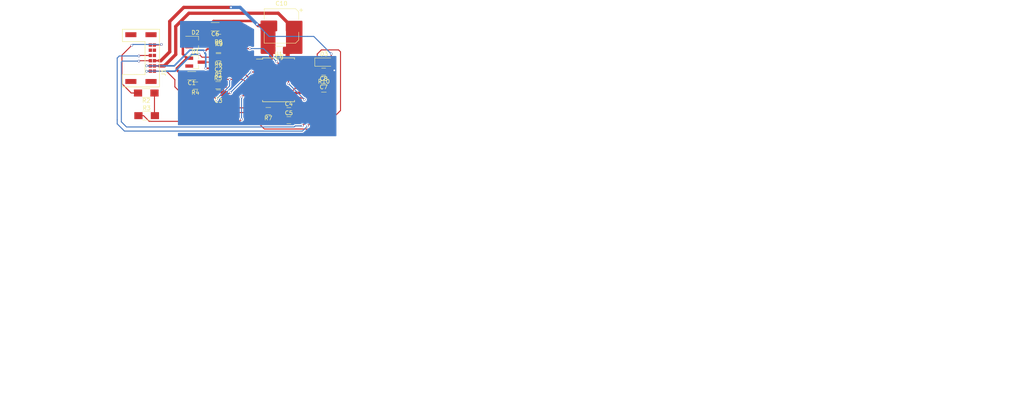
<source format=kicad_pcb>
(kicad_pcb (version 4) (host pcbnew 4.0.7)

  (general
    (links 48)
    (no_connects 0)
    (area 50.417503 115.174999 317.325001 293.528018)
    (thickness 1.6)
    (drawings 2)
    (tracks 276)
    (zones 0)
    (modules 25)
    (nets 23)
  )

  (page A3)
  (layers
    (0 F.Cu mixed)
    (31 B.Cu mixed)
    (32 B.Adhes user)
    (33 F.Adhes user)
    (34 B.Paste user)
    (35 F.Paste user)
    (36 B.SilkS user)
    (37 F.SilkS user)
    (38 B.Mask user)
    (39 F.Mask user)
    (40 Dwgs.User user hide)
    (41 Cmts.User user hide)
    (42 Eco1.User user hide)
    (43 Eco2.User user hide)
    (44 Edge.Cuts user hide)
    (45 Margin user hide)
    (46 B.CrtYd user hide)
    (47 F.CrtYd user)
    (48 B.Fab user hide)
    (49 F.Fab user hide)
  )

  (setup
    (last_trace_width 0.25)
    (trace_clearance 0.3)
    (zone_clearance 0.1)
    (zone_45_only no)
    (trace_min 0.2)
    (segment_width 0.2)
    (edge_width 0.1)
    (via_size 0.6)
    (via_drill 0.4)
    (via_min_size 0.4)
    (via_min_drill 0.3)
    (uvia_size 0.3)
    (uvia_drill 0.1)
    (uvias_allowed no)
    (uvia_min_size 0.2)
    (uvia_min_drill 0.1)
    (pcb_text_width 0.3)
    (pcb_text_size 1.5 1.5)
    (mod_edge_width 0.15)
    (mod_text_size 1 1)
    (mod_text_width 0.15)
    (pad_size 7 7)
    (pad_drill 3)
    (pad_to_mask_clearance 0)
    (aux_axis_origin 0 0)
    (visible_elements 7FFC6FBF)
    (pcbplotparams
      (layerselection 0x00030_80000001)
      (usegerberextensions false)
      (excludeedgelayer true)
      (linewidth 0.100000)
      (plotframeref false)
      (viasonmask false)
      (mode 1)
      (useauxorigin false)
      (hpglpennumber 1)
      (hpglpenspeed 20)
      (hpglpendiameter 15)
      (hpglpenoverlay 2)
      (psnegative false)
      (psa4output false)
      (plotreference true)
      (plotvalue true)
      (plotinvisibletext false)
      (padsonsilk false)
      (subtractmaskfromsilk false)
      (outputformat 1)
      (mirror false)
      (drillshape 1)
      (scaleselection 1)
      (outputdirectory ""))
  )

  (net 0 "")
  (net 1 GNDD)
  (net 2 "Net-(C4-Pad1)")
  (net 3 "Net-(C5-Pad1)")
  (net 4 Vref)
  (net 5 "Net-(R2-Pad1)")
  (net 6 "Net-(C1-Pad1)")
  (net 7 "Net-(C2-Pad1)")
  (net 8 "Net-(C2-Pad2)")
  (net 9 "Net-(C3-Pad1)")
  (net 10 Vout)
  (net 11 "Net-(C7-Pad2)")
  (net 12 "Net-(C8-Pad2)")
  (net 13 VDD)
  (net 14 "Net-(D2-Pad3)")
  (net 15 DriveOut)
  (net 16 Vinput)
  (net 17 Vovp)
  (net 18 Isens-)
  (net 19 Isens+)
  (net 20 "Net-(R3-Pad1)")
  (net 21 "Net-(R6-Pad1)")
  (net 22 "Net-(R10-Pad1)")

  (net_class Default "This is the default net class."
    (clearance 0.3)
    (trace_width 0.25)
    (via_dia 0.6)
    (via_drill 0.4)
    (uvia_dia 0.3)
    (uvia_drill 0.1)
    (add_net DriveOut)
    (add_net GNDD)
    (add_net Isens+)
    (add_net Isens-)
    (add_net "Net-(C1-Pad1)")
    (add_net "Net-(C2-Pad1)")
    (add_net "Net-(C2-Pad2)")
    (add_net "Net-(C3-Pad1)")
    (add_net "Net-(C4-Pad1)")
    (add_net "Net-(C5-Pad1)")
    (add_net "Net-(C7-Pad2)")
    (add_net "Net-(C8-Pad2)")
    (add_net "Net-(D2-Pad3)")
    (add_net "Net-(R10-Pad1)")
    (add_net "Net-(R2-Pad1)")
    (add_net "Net-(R3-Pad1)")
    (add_net "Net-(R6-Pad1)")
    (add_net VDD)
    (add_net Vinput)
    (add_net Vout)
    (add_net Vovp)
    (add_net Vref)
  )

  (module Housings_SOIC:SOIC-16W_7.5x10.3mm_Pitch1.27mm placed (layer F.Cu) (tedit 58CC8F64) (tstamp 5A95F93D)
    (at 117.95 214.3)
    (descr "16-Lead Plastic Small Outline (SO) - Wide, 7.50 mm Body [SOIC] (see Microchip Packaging Specification 00000049BS.pdf)")
    (tags "SOIC 1.27")
    (path /5A63A551)
    (attr smd)
    (fp_text reference U1 (at 0 -6.25) (layer F.SilkS)
      (effects (font (size 1 1) (thickness 0.15)))
    )
    (fp_text value UCC3818 (at 0 6.25) (layer F.Fab)
      (effects (font (size 1 1) (thickness 0.15)))
    )
    (fp_text user %R (at 0 0) (layer F.Fab)
      (effects (font (size 1 1) (thickness 0.15)))
    )
    (fp_line (start -2.75 -5.15) (end 3.75 -5.15) (layer F.Fab) (width 0.15))
    (fp_line (start 3.75 -5.15) (end 3.75 5.15) (layer F.Fab) (width 0.15))
    (fp_line (start 3.75 5.15) (end -3.75 5.15) (layer F.Fab) (width 0.15))
    (fp_line (start -3.75 5.15) (end -3.75 -4.15) (layer F.Fab) (width 0.15))
    (fp_line (start -3.75 -4.15) (end -2.75 -5.15) (layer F.Fab) (width 0.15))
    (fp_line (start -5.65 -5.5) (end -5.65 5.5) (layer F.CrtYd) (width 0.05))
    (fp_line (start 5.65 -5.5) (end 5.65 5.5) (layer F.CrtYd) (width 0.05))
    (fp_line (start -5.65 -5.5) (end 5.65 -5.5) (layer F.CrtYd) (width 0.05))
    (fp_line (start -5.65 5.5) (end 5.65 5.5) (layer F.CrtYd) (width 0.05))
    (fp_line (start -3.875 -5.325) (end -3.875 -5.05) (layer F.SilkS) (width 0.15))
    (fp_line (start 3.875 -5.325) (end 3.875 -4.97) (layer F.SilkS) (width 0.15))
    (fp_line (start 3.875 5.325) (end 3.875 4.97) (layer F.SilkS) (width 0.15))
    (fp_line (start -3.875 5.325) (end -3.875 4.97) (layer F.SilkS) (width 0.15))
    (fp_line (start -3.875 -5.325) (end 3.875 -5.325) (layer F.SilkS) (width 0.15))
    (fp_line (start -3.875 5.325) (end 3.875 5.325) (layer F.SilkS) (width 0.15))
    (fp_line (start -3.875 -5.05) (end -5.4 -5.05) (layer F.SilkS) (width 0.15))
    (pad 1 smd rect (at -4.65 -4.445) (size 1.5 0.6) (layers F.Cu F.Paste F.Mask)
      (net 1 GNDD))
    (pad 2 smd rect (at -4.65 -3.175) (size 1.5 0.6) (layers F.Cu F.Paste F.Mask)
      (net 14 "Net-(D2-Pad3)"))
    (pad 3 smd rect (at -4.65 -1.905) (size 1.5 0.6) (layers F.Cu F.Paste F.Mask)
      (net 9 "Net-(C3-Pad1)"))
    (pad 4 smd rect (at -4.65 -0.635) (size 1.5 0.6) (layers F.Cu F.Paste F.Mask)
      (net 21 "Net-(R6-Pad1)"))
    (pad 5 smd rect (at -4.65 0.635) (size 1.5 0.6) (layers F.Cu F.Paste F.Mask)
      (net 8 "Net-(C2-Pad2)"))
    (pad 6 smd rect (at -4.65 1.905) (size 1.5 0.6) (layers F.Cu F.Paste F.Mask)
      (net 20 "Net-(R3-Pad1)"))
    (pad 7 smd rect (at -4.65 3.175) (size 1.5 0.6) (layers F.Cu F.Paste F.Mask)
      (net 2 "Net-(C4-Pad1)"))
    (pad 8 smd rect (at -4.65 4.445) (size 1.5 0.6) (layers F.Cu F.Paste F.Mask)
      (net 6 "Net-(C1-Pad1)"))
    (pad 9 smd rect (at 4.65 4.445) (size 1.5 0.6) (layers F.Cu F.Paste F.Mask)
      (net 4 Vref))
    (pad 10 smd rect (at 4.65 3.175) (size 1.5 0.6) (layers F.Cu F.Paste F.Mask)
      (net 17 Vovp))
    (pad 11 smd rect (at 4.65 1.905) (size 1.5 0.6) (layers F.Cu F.Paste F.Mask)
      (net 10 Vout))
    (pad 12 smd rect (at 4.65 0.635) (size 1.5 0.6) (layers F.Cu F.Paste F.Mask)
      (net 22 "Net-(R10-Pad1)"))
    (pad 13 smd rect (at 4.65 -0.635) (size 1.5 0.6) (layers F.Cu F.Paste F.Mask)
      (net 11 "Net-(C7-Pad2)"))
    (pad 14 smd rect (at 4.65 -1.905) (size 1.5 0.6) (layers F.Cu F.Paste F.Mask)
      (net 12 "Net-(C8-Pad2)"))
    (pad 15 smd rect (at 4.65 -3.175) (size 1.5 0.6) (layers F.Cu F.Paste F.Mask)
      (net 13 VDD))
    (pad 16 smd rect (at 4.65 -4.445) (size 1.5 0.6) (layers F.Cu F.Paste F.Mask)
      (net 15 DriveOut))
    (model ${KISYS3DMOD}/Housings_SOIC.3dshapes/SOIC-16W_7.5x10.3mm_Pitch1.27mm.wrl
      (at (xyz 0 0 0))
      (scale (xyz 1 1 1))
      (rotate (xyz 0 0 0))
    )
  )

  (module Capacitors_SMD:C_0805_HandSoldering placed (layer F.Cu) (tedit 58AA84A8) (tstamp 5A95F701)
    (at 120.45 224.1)
    (descr "Capacitor SMD 0805, hand soldering")
    (tags "capacitor 0805")
    (path /5A8FA5F3)
    (attr smd)
    (fp_text reference C5 (at 0 -1.75) (layer F.SilkS)
      (effects (font (size 1 1) (thickness 0.15)))
    )
    (fp_text value C_Small (at 0 1.75) (layer F.Fab)
      (effects (font (size 1 1) (thickness 0.15)))
    )
    (fp_text user %R (at 0 -1.75) (layer F.Fab)
      (effects (font (size 1 1) (thickness 0.15)))
    )
    (fp_line (start -1 0.62) (end -1 -0.62) (layer F.Fab) (width 0.1))
    (fp_line (start 1 0.62) (end -1 0.62) (layer F.Fab) (width 0.1))
    (fp_line (start 1 -0.62) (end 1 0.62) (layer F.Fab) (width 0.1))
    (fp_line (start -1 -0.62) (end 1 -0.62) (layer F.Fab) (width 0.1))
    (fp_line (start 0.5 -0.85) (end -0.5 -0.85) (layer F.SilkS) (width 0.12))
    (fp_line (start -0.5 0.85) (end 0.5 0.85) (layer F.SilkS) (width 0.12))
    (fp_line (start -2.25 -0.88) (end 2.25 -0.88) (layer F.CrtYd) (width 0.05))
    (fp_line (start -2.25 -0.88) (end -2.25 0.87) (layer F.CrtYd) (width 0.05))
    (fp_line (start 2.25 0.87) (end 2.25 -0.88) (layer F.CrtYd) (width 0.05))
    (fp_line (start 2.25 0.87) (end -2.25 0.87) (layer F.CrtYd) (width 0.05))
    (pad 1 smd rect (at -1.25 0) (size 1.5 1.25) (layers F.Cu F.Paste F.Mask)
      (net 3 "Net-(C5-Pad1)"))
    (pad 2 smd rect (at 1.25 0) (size 1.5 1.25) (layers F.Cu F.Paste F.Mask)
      (net 10 Vout))
    (model Capacitors_SMD.3dshapes/C_0805.wrl
      (at (xyz 0 0 0))
      (scale (xyz 1 1 1))
      (rotate (xyz 0 0 0))
    )
  )

  (module TO_SOT_Packages_SMD:SOT-23_Handsoldering placed (layer F.Cu) (tedit 58CE4E7E) (tstamp 5A95F788)
    (at 97.75 205.3)
    (descr "SOT-23, Handsoldering")
    (tags SOT-23)
    (path /5AA326B2)
    (attr smd)
    (fp_text reference D2 (at 0 -2.5) (layer F.SilkS)
      (effects (font (size 1 1) (thickness 0.15)))
    )
    (fp_text value BAS40-00 (at 0 2.5) (layer F.Fab)
      (effects (font (size 1 1) (thickness 0.15)))
    )
    (fp_text user %R (at 0 0 90) (layer F.Fab)
      (effects (font (size 0.5 0.5) (thickness 0.075)))
    )
    (fp_line (start 0.76 1.58) (end 0.76 0.65) (layer F.SilkS) (width 0.12))
    (fp_line (start 0.76 -1.58) (end 0.76 -0.65) (layer F.SilkS) (width 0.12))
    (fp_line (start -2.7 -1.75) (end 2.7 -1.75) (layer F.CrtYd) (width 0.05))
    (fp_line (start 2.7 -1.75) (end 2.7 1.75) (layer F.CrtYd) (width 0.05))
    (fp_line (start 2.7 1.75) (end -2.7 1.75) (layer F.CrtYd) (width 0.05))
    (fp_line (start -2.7 1.75) (end -2.7 -1.75) (layer F.CrtYd) (width 0.05))
    (fp_line (start 0.76 -1.58) (end -2.4 -1.58) (layer F.SilkS) (width 0.12))
    (fp_line (start -0.7 -0.95) (end -0.7 1.5) (layer F.Fab) (width 0.1))
    (fp_line (start -0.15 -1.52) (end 0.7 -1.52) (layer F.Fab) (width 0.1))
    (fp_line (start -0.7 -0.95) (end -0.15 -1.52) (layer F.Fab) (width 0.1))
    (fp_line (start 0.7 -1.52) (end 0.7 1.52) (layer F.Fab) (width 0.1))
    (fp_line (start -0.7 1.52) (end 0.7 1.52) (layer F.Fab) (width 0.1))
    (fp_line (start 0.76 1.58) (end -0.7 1.58) (layer F.SilkS) (width 0.12))
    (pad 1 smd rect (at -1.5 -0.95) (size 1.9 0.8) (layers F.Cu F.Paste F.Mask)
      (net 1 GNDD))
    (pad 2 smd rect (at -1.5 0.95) (size 1.9 0.8) (layers F.Cu F.Paste F.Mask))
    (pad 3 smd rect (at 1.5 0) (size 1.9 0.8) (layers F.Cu F.Paste F.Mask)
      (net 14 "Net-(D2-Pad3)"))
    (model ${KISYS3DMOD}/TO_SOT_Packages_SMD.3dshapes\SOT-23.wrl
      (at (xyz 0 0 0))
      (scale (xyz 1 1 1))
      (rotate (xyz 0 0 0))
    )
  )

  (module Resistors_SMD:R_0805_HandSoldering placed (layer F.Cu) (tedit 58E0A804) (tstamp 5A95F887)
    (at 103.25 215.6)
    (descr "Resistor SMD 0805, hand soldering")
    (tags "resistor 0805")
    (path /5A8E1AB5)
    (attr smd)
    (fp_text reference R5 (at 0 -1.7) (layer F.SilkS)
      (effects (font (size 1 1) (thickness 0.15)))
    )
    (fp_text value R_Small (at 0 1.75) (layer F.Fab)
      (effects (font (size 1 1) (thickness 0.15)))
    )
    (fp_text user %R (at 0 0) (layer F.Fab)
      (effects (font (size 0.5 0.5) (thickness 0.075)))
    )
    (fp_line (start -1 0.62) (end -1 -0.62) (layer F.Fab) (width 0.1))
    (fp_line (start 1 0.62) (end -1 0.62) (layer F.Fab) (width 0.1))
    (fp_line (start 1 -0.62) (end 1 0.62) (layer F.Fab) (width 0.1))
    (fp_line (start -1 -0.62) (end 1 -0.62) (layer F.Fab) (width 0.1))
    (fp_line (start 0.6 0.88) (end -0.6 0.88) (layer F.SilkS) (width 0.12))
    (fp_line (start -0.6 -0.88) (end 0.6 -0.88) (layer F.SilkS) (width 0.12))
    (fp_line (start -2.35 -0.9) (end 2.35 -0.9) (layer F.CrtYd) (width 0.05))
    (fp_line (start -2.35 -0.9) (end -2.35 0.9) (layer F.CrtYd) (width 0.05))
    (fp_line (start 2.35 0.9) (end 2.35 -0.9) (layer F.CrtYd) (width 0.05))
    (fp_line (start 2.35 0.9) (end -2.35 0.9) (layer F.CrtYd) (width 0.05))
    (pad 1 smd rect (at -1.35 0) (size 1.5 1.3) (layers F.Cu F.Paste F.Mask)
      (net 7 "Net-(C2-Pad1)"))
    (pad 2 smd rect (at 1.35 0) (size 1.5 1.3) (layers F.Cu F.Paste F.Mask)
      (net 9 "Net-(C3-Pad1)"))
    (model ${KISYS3DMOD}/Resistors_SMD.3dshapes/R_0805.wrl
      (at (xyz 0 0 0))
      (scale (xyz 1 1 1))
      (rotate (xyz 0 0 0))
    )
  )

  (module Resistors_SMD:R_0805_HandSoldering placed (layer F.Cu) (tedit 58E0A804) (tstamp 5A95F881)
    (at 97.75 215.699999 180)
    (descr "Resistor SMD 0805, hand soldering")
    (tags "resistor 0805")
    (path /5A8F4285)
    (attr smd)
    (fp_text reference R4 (at 0 -1.7 180) (layer F.SilkS)
      (effects (font (size 1 1) (thickness 0.15)))
    )
    (fp_text value R_Small (at 0 1.75 180) (layer F.Fab)
      (effects (font (size 1 1) (thickness 0.15)))
    )
    (fp_text user %R (at 0 0 180) (layer F.Fab)
      (effects (font (size 0.5 0.5) (thickness 0.075)))
    )
    (fp_line (start -1 0.62) (end -1 -0.62) (layer F.Fab) (width 0.1))
    (fp_line (start 1 0.62) (end -1 0.62) (layer F.Fab) (width 0.1))
    (fp_line (start 1 -0.62) (end 1 0.62) (layer F.Fab) (width 0.1))
    (fp_line (start -1 -0.62) (end 1 -0.62) (layer F.Fab) (width 0.1))
    (fp_line (start 0.6 0.88) (end -0.6 0.88) (layer F.SilkS) (width 0.12))
    (fp_line (start -0.6 -0.88) (end 0.6 -0.88) (layer F.SilkS) (width 0.12))
    (fp_line (start -2.35 -0.9) (end 2.35 -0.9) (layer F.CrtYd) (width 0.05))
    (fp_line (start -2.35 -0.9) (end -2.35 0.9) (layer F.CrtYd) (width 0.05))
    (fp_line (start 2.35 0.9) (end 2.35 -0.9) (layer F.CrtYd) (width 0.05))
    (fp_line (start 2.35 0.9) (end -2.35 0.9) (layer F.CrtYd) (width 0.05))
    (pad 1 smd rect (at -1.35 0 180) (size 1.5 1.3) (layers F.Cu F.Paste F.Mask)
      (net 6 "Net-(C1-Pad1)"))
    (pad 2 smd rect (at 1.35 0 180) (size 1.5 1.3) (layers F.Cu F.Paste F.Mask)
      (net 1 GNDD))
    (model ${KISYS3DMOD}/Resistors_SMD.3dshapes/R_0805.wrl
      (at (xyz 0 0 0))
      (scale (xyz 1 1 1))
      (rotate (xyz 0 0 0))
    )
  )

  (module Capacitors_SMD:C_1206_HandSoldering placed (layer F.Cu) (tedit 58AA84D1) (tstamp 5A95F719)
    (at 118.15 207.2 180)
    (descr "Capacitor SMD 1206, hand soldering")
    (tags "capacitor 1206")
    (path /5AA10813)
    (attr smd)
    (fp_text reference C9 (at 0 -1.75 180) (layer F.SilkS)
      (effects (font (size 1 1) (thickness 0.15)))
    )
    (fp_text value 1u (at 0 2 180) (layer F.Fab)
      (effects (font (size 1 1) (thickness 0.15)))
    )
    (fp_text user %R (at 0 -1.75 180) (layer F.Fab)
      (effects (font (size 1 1) (thickness 0.15)))
    )
    (fp_line (start -1.6 0.8) (end -1.6 -0.8) (layer F.Fab) (width 0.1))
    (fp_line (start 1.6 0.8) (end -1.6 0.8) (layer F.Fab) (width 0.1))
    (fp_line (start 1.6 -0.8) (end 1.6 0.8) (layer F.Fab) (width 0.1))
    (fp_line (start -1.6 -0.8) (end 1.6 -0.8) (layer F.Fab) (width 0.1))
    (fp_line (start 1 -1.02) (end -1 -1.02) (layer F.SilkS) (width 0.12))
    (fp_line (start -1 1.02) (end 1 1.02) (layer F.SilkS) (width 0.12))
    (fp_line (start -3.25 -1.05) (end 3.25 -1.05) (layer F.CrtYd) (width 0.05))
    (fp_line (start -3.25 -1.05) (end -3.25 1.05) (layer F.CrtYd) (width 0.05))
    (fp_line (start 3.25 1.05) (end 3.25 -1.05) (layer F.CrtYd) (width 0.05))
    (fp_line (start 3.25 1.05) (end -3.25 1.05) (layer F.CrtYd) (width 0.05))
    (pad 1 smd rect (at -2 0 180) (size 2 1.6) (layers F.Cu F.Paste F.Mask)
      (net 13 VDD))
    (pad 2 smd rect (at 2 0 180) (size 2 1.6) (layers F.Cu F.Paste F.Mask)
      (net 1 GNDD))
    (model Capacitors_SMD.3dshapes/C_1206.wrl
      (at (xyz 0 0 0))
      (scale (xyz 1 1 1))
      (rotate (xyz 0 0 0))
    )
  )

  (module Capacitors_SMD:C_0805_HandSoldering placed (layer F.Cu) (tedit 58AA84A8) (tstamp 5A95F713)
    (at 128.9 212.300001 180)
    (descr "Capacitor SMD 0805, hand soldering")
    (tags "capacitor 0805")
    (path /5A90634B)
    (attr smd)
    (fp_text reference C8 (at 0 -1.75 180) (layer F.SilkS)
      (effects (font (size 1 1) (thickness 0.15)))
    )
    (fp_text value C_Small (at 0 1.75 180) (layer F.Fab)
      (effects (font (size 1 1) (thickness 0.15)))
    )
    (fp_text user %R (at 0 -1.75 180) (layer F.Fab)
      (effects (font (size 1 1) (thickness 0.15)))
    )
    (fp_line (start -1 0.62) (end -1 -0.62) (layer F.Fab) (width 0.1))
    (fp_line (start 1 0.62) (end -1 0.62) (layer F.Fab) (width 0.1))
    (fp_line (start 1 -0.62) (end 1 0.62) (layer F.Fab) (width 0.1))
    (fp_line (start -1 -0.62) (end 1 -0.62) (layer F.Fab) (width 0.1))
    (fp_line (start 0.5 -0.85) (end -0.5 -0.85) (layer F.SilkS) (width 0.12))
    (fp_line (start -0.5 0.85) (end 0.5 0.85) (layer F.SilkS) (width 0.12))
    (fp_line (start -2.25 -0.88) (end 2.25 -0.88) (layer F.CrtYd) (width 0.05))
    (fp_line (start -2.25 -0.88) (end -2.25 0.87) (layer F.CrtYd) (width 0.05))
    (fp_line (start 2.25 0.87) (end 2.25 -0.88) (layer F.CrtYd) (width 0.05))
    (fp_line (start 2.25 0.87) (end -2.25 0.87) (layer F.CrtYd) (width 0.05))
    (pad 1 smd rect (at -1.25 0 180) (size 1.5 1.25) (layers F.Cu F.Paste F.Mask)
      (net 1 GNDD))
    (pad 2 smd rect (at 1.25 0 180) (size 1.5 1.25) (layers F.Cu F.Paste F.Mask)
      (net 12 "Net-(C8-Pad2)"))
    (model Capacitors_SMD.3dshapes/C_0805.wrl
      (at (xyz 0 0 0))
      (scale (xyz 1 1 1))
      (rotate (xyz 0 0 0))
    )
  )

  (module Capacitors_SMD:C_0805_HandSoldering placed (layer F.Cu) (tedit 58AA84A8) (tstamp 5A95F70D)
    (at 128.9 214.3 180)
    (descr "Capacitor SMD 0805, hand soldering")
    (tags "capacitor 0805")
    (path /5A9060A1)
    (attr smd)
    (fp_text reference C7 (at 0 -1.75 180) (layer F.SilkS)
      (effects (font (size 1 1) (thickness 0.15)))
    )
    (fp_text value C_Small (at 0 1.75 180) (layer F.Fab)
      (effects (font (size 1 1) (thickness 0.15)))
    )
    (fp_text user %R (at 0 -1.75 180) (layer F.Fab)
      (effects (font (size 1 1) (thickness 0.15)))
    )
    (fp_line (start -1 0.62) (end -1 -0.62) (layer F.Fab) (width 0.1))
    (fp_line (start 1 0.62) (end -1 0.62) (layer F.Fab) (width 0.1))
    (fp_line (start 1 -0.62) (end 1 0.62) (layer F.Fab) (width 0.1))
    (fp_line (start -1 -0.62) (end 1 -0.62) (layer F.Fab) (width 0.1))
    (fp_line (start 0.5 -0.85) (end -0.5 -0.85) (layer F.SilkS) (width 0.12))
    (fp_line (start -0.5 0.85) (end 0.5 0.85) (layer F.SilkS) (width 0.12))
    (fp_line (start -2.25 -0.88) (end 2.25 -0.88) (layer F.CrtYd) (width 0.05))
    (fp_line (start -2.25 -0.88) (end -2.25 0.87) (layer F.CrtYd) (width 0.05))
    (fp_line (start 2.25 0.87) (end 2.25 -0.88) (layer F.CrtYd) (width 0.05))
    (fp_line (start 2.25 0.87) (end -2.25 0.87) (layer F.CrtYd) (width 0.05))
    (pad 1 smd rect (at -1.25 0 180) (size 1.5 1.25) (layers F.Cu F.Paste F.Mask)
      (net 1 GNDD))
    (pad 2 smd rect (at 1.25 0 180) (size 1.5 1.25) (layers F.Cu F.Paste F.Mask)
      (net 11 "Net-(C7-Pad2)"))
    (model Capacitors_SMD.3dshapes/C_0805.wrl
      (at (xyz 0 0 0))
      (scale (xyz 1 1 1))
      (rotate (xyz 0 0 0))
    )
  )

  (module Resistors_SMD:R_0805_HandSoldering placed (layer F.Cu) (tedit 58E0A804) (tstamp 5A95F88D)
    (at 103.35 208.8 180)
    (descr "Resistor SMD 0805, hand soldering")
    (tags "resistor 0805")
    (path /5A8EDCE3)
    (attr smd)
    (fp_text reference R6 (at 0 -1.7 180) (layer F.SilkS)
      (effects (font (size 1 1) (thickness 0.15)))
    )
    (fp_text value R_Small (at 0 1.75 180) (layer F.Fab)
      (effects (font (size 1 1) (thickness 0.15)))
    )
    (fp_text user %R (at 0 0 180) (layer F.Fab)
      (effects (font (size 0.5 0.5) (thickness 0.075)))
    )
    (fp_line (start -1 0.62) (end -1 -0.62) (layer F.Fab) (width 0.1))
    (fp_line (start 1 0.62) (end -1 0.62) (layer F.Fab) (width 0.1))
    (fp_line (start 1 -0.62) (end 1 0.62) (layer F.Fab) (width 0.1))
    (fp_line (start -1 -0.62) (end 1 -0.62) (layer F.Fab) (width 0.1))
    (fp_line (start 0.6 0.88) (end -0.6 0.88) (layer F.SilkS) (width 0.12))
    (fp_line (start -0.6 -0.88) (end 0.6 -0.88) (layer F.SilkS) (width 0.12))
    (fp_line (start -2.35 -0.9) (end 2.35 -0.9) (layer F.CrtYd) (width 0.05))
    (fp_line (start -2.35 -0.9) (end -2.35 0.9) (layer F.CrtYd) (width 0.05))
    (fp_line (start 2.35 0.9) (end 2.35 -0.9) (layer F.CrtYd) (width 0.05))
    (fp_line (start 2.35 0.9) (end -2.35 0.9) (layer F.CrtYd) (width 0.05))
    (pad 1 smd rect (at -1.35 0 180) (size 1.5 1.3) (layers F.Cu F.Paste F.Mask)
      (net 21 "Net-(R6-Pad1)"))
    (pad 2 smd rect (at 1.35 0 180) (size 1.5 1.3) (layers F.Cu F.Paste F.Mask)
      (net 19 Isens+))
    (model ${KISYS3DMOD}/Resistors_SMD.3dshapes/R_0805.wrl
      (at (xyz 0 0 0))
      (scale (xyz 1 1 1))
      (rotate (xyz 0 0 0))
    )
  )

  (module Resistors_SMD:R_1206_HandSoldering placed (layer F.Cu) (tedit 58E0A804) (tstamp 5A95F875)
    (at 85.8 217.5 180)
    (descr "Resistor SMD 1206, hand soldering")
    (tags "resistor 1206")
    (path /5A910ADB)
    (attr smd)
    (fp_text reference R2 (at 0 -1.85 180) (layer F.SilkS)
      (effects (font (size 1 1) (thickness 0.15)))
    )
    (fp_text value 382k (at 0 1.9 180) (layer F.Fab)
      (effects (font (size 1 1) (thickness 0.15)))
    )
    (fp_text user %R (at 0 0 180) (layer F.Fab)
      (effects (font (size 0.7 0.7) (thickness 0.105)))
    )
    (fp_line (start -1.6 0.8) (end -1.6 -0.8) (layer F.Fab) (width 0.1))
    (fp_line (start 1.6 0.8) (end -1.6 0.8) (layer F.Fab) (width 0.1))
    (fp_line (start 1.6 -0.8) (end 1.6 0.8) (layer F.Fab) (width 0.1))
    (fp_line (start -1.6 -0.8) (end 1.6 -0.8) (layer F.Fab) (width 0.1))
    (fp_line (start 1 1.07) (end -1 1.07) (layer F.SilkS) (width 0.12))
    (fp_line (start -1 -1.07) (end 1 -1.07) (layer F.SilkS) (width 0.12))
    (fp_line (start -3.25 -1.11) (end 3.25 -1.11) (layer F.CrtYd) (width 0.05))
    (fp_line (start -3.25 -1.11) (end -3.25 1.1) (layer F.CrtYd) (width 0.05))
    (fp_line (start 3.25 1.1) (end 3.25 -1.11) (layer F.CrtYd) (width 0.05))
    (fp_line (start 3.25 1.1) (end -3.25 1.1) (layer F.CrtYd) (width 0.05))
    (pad 1 smd rect (at -2 0 180) (size 2 1.7) (layers F.Cu F.Paste F.Mask)
      (net 5 "Net-(R2-Pad1)"))
    (pad 2 smd rect (at 2 0 180) (size 2 1.7) (layers F.Cu F.Paste F.Mask)
      (net 16 Vinput))
    (model ${KISYS3DMOD}/Resistors_SMD.3dshapes/R_1206.wrl
      (at (xyz 0 0 0))
      (scale (xyz 1 1 1))
      (rotate (xyz 0 0 0))
    )
  )

  (module Resistors_SMD:R_0805_HandSoldering placed (layer F.Cu) (tedit 58E0A804) (tstamp 5A95F893)
    (at 115.45 221.9 180)
    (descr "Resistor SMD 0805, hand soldering")
    (tags "resistor 0805")
    (path /5A8FA6B1)
    (attr smd)
    (fp_text reference R7 (at 0 -1.7 180) (layer F.SilkS)
      (effects (font (size 1 1) (thickness 0.15)))
    )
    (fp_text value R_Small (at 0 1.75 180) (layer F.Fab)
      (effects (font (size 1 1) (thickness 0.15)))
    )
    (fp_text user %R (at 0 0 180) (layer F.Fab)
      (effects (font (size 0.5 0.5) (thickness 0.075)))
    )
    (fp_line (start -1 0.62) (end -1 -0.62) (layer F.Fab) (width 0.1))
    (fp_line (start 1 0.62) (end -1 0.62) (layer F.Fab) (width 0.1))
    (fp_line (start 1 -0.62) (end 1 0.62) (layer F.Fab) (width 0.1))
    (fp_line (start -1 -0.62) (end 1 -0.62) (layer F.Fab) (width 0.1))
    (fp_line (start 0.6 0.88) (end -0.6 0.88) (layer F.SilkS) (width 0.12))
    (fp_line (start -0.6 -0.88) (end 0.6 -0.88) (layer F.SilkS) (width 0.12))
    (fp_line (start -2.35 -0.9) (end 2.35 -0.9) (layer F.CrtYd) (width 0.05))
    (fp_line (start -2.35 -0.9) (end -2.35 0.9) (layer F.CrtYd) (width 0.05))
    (fp_line (start 2.35 0.9) (end 2.35 -0.9) (layer F.CrtYd) (width 0.05))
    (fp_line (start 2.35 0.9) (end -2.35 0.9) (layer F.CrtYd) (width 0.05))
    (pad 1 smd rect (at -1.35 0 180) (size 1.5 1.3) (layers F.Cu F.Paste F.Mask)
      (net 3 "Net-(C5-Pad1)"))
    (pad 2 smd rect (at 1.35 0 180) (size 1.5 1.3) (layers F.Cu F.Paste F.Mask)
      (net 2 "Net-(C4-Pad1)"))
    (model ${KISYS3DMOD}/Resistors_SMD.3dshapes/R_0805.wrl
      (at (xyz 0 0 0))
      (scale (xyz 1 1 1))
      (rotate (xyz 0 0 0))
    )
  )

  (module Resistors_SMD:R_0805_HandSoldering placed (layer F.Cu) (tedit 58E0A804) (tstamp 5A95F8A5)
    (at 128.95 216.4)
    (descr "Resistor SMD 0805, hand soldering")
    (tags "resistor 0805")
    (path /5A9050E2)
    (attr smd)
    (fp_text reference R10 (at 0 -1.7) (layer F.SilkS)
      (effects (font (size 1 1) (thickness 0.15)))
    )
    (fp_text value R_Small (at 0 1.75) (layer F.Fab)
      (effects (font (size 1 1) (thickness 0.15)))
    )
    (fp_text user %R (at 0 0) (layer F.Fab)
      (effects (font (size 0.5 0.5) (thickness 0.075)))
    )
    (fp_line (start -1 0.62) (end -1 -0.62) (layer F.Fab) (width 0.1))
    (fp_line (start 1 0.62) (end -1 0.62) (layer F.Fab) (width 0.1))
    (fp_line (start 1 -0.62) (end 1 0.62) (layer F.Fab) (width 0.1))
    (fp_line (start -1 -0.62) (end 1 -0.62) (layer F.Fab) (width 0.1))
    (fp_line (start 0.6 0.88) (end -0.6 0.88) (layer F.SilkS) (width 0.12))
    (fp_line (start -0.6 -0.88) (end 0.6 -0.88) (layer F.SilkS) (width 0.12))
    (fp_line (start -2.35 -0.9) (end 2.35 -0.9) (layer F.CrtYd) (width 0.05))
    (fp_line (start -2.35 -0.9) (end -2.35 0.9) (layer F.CrtYd) (width 0.05))
    (fp_line (start 2.35 0.9) (end 2.35 -0.9) (layer F.CrtYd) (width 0.05))
    (fp_line (start 2.35 0.9) (end -2.35 0.9) (layer F.CrtYd) (width 0.05))
    (pad 1 smd rect (at -1.35 0) (size 1.5 1.3) (layers F.Cu F.Paste F.Mask)
      (net 22 "Net-(R10-Pad1)"))
    (pad 2 smd rect (at 1.35 0) (size 1.5 1.3) (layers F.Cu F.Paste F.Mask)
      (net 1 GNDD))
    (model ${KISYS3DMOD}/Resistors_SMD.3dshapes/R_0805.wrl
      (at (xyz 0 0 0))
      (scale (xyz 1 1 1))
      (rotate (xyz 0 0 0))
    )
  )

  (module Capacitors_SMD:C_1206_HandSoldering (layer F.Cu) (tedit 58AA84D1) (tstamp 5AFD9E12)
    (at 96.85 213.3 180)
    (descr "Capacitor SMD 1206, hand soldering")
    (tags "capacitor 1206")
    (path /5A8F3C5B)
    (attr smd)
    (fp_text reference C1 (at 0 -1.75 180) (layer F.SilkS)
      (effects (font (size 1 1) (thickness 0.15)))
    )
    (fp_text value CP1_Small (at 0 2 180) (layer F.Fab)
      (effects (font (size 1 1) (thickness 0.15)))
    )
    (fp_text user %R (at 0 -1.75 180) (layer F.Fab)
      (effects (font (size 1 1) (thickness 0.15)))
    )
    (fp_line (start -1.6 0.8) (end -1.6 -0.8) (layer F.Fab) (width 0.1))
    (fp_line (start 1.6 0.8) (end -1.6 0.8) (layer F.Fab) (width 0.1))
    (fp_line (start 1.6 -0.8) (end 1.6 0.8) (layer F.Fab) (width 0.1))
    (fp_line (start -1.6 -0.8) (end 1.6 -0.8) (layer F.Fab) (width 0.1))
    (fp_line (start 1 -1.02) (end -1 -1.02) (layer F.SilkS) (width 0.12))
    (fp_line (start -1 1.02) (end 1 1.02) (layer F.SilkS) (width 0.12))
    (fp_line (start -3.25 -1.05) (end 3.25 -1.05) (layer F.CrtYd) (width 0.05))
    (fp_line (start -3.25 -1.05) (end -3.25 1.05) (layer F.CrtYd) (width 0.05))
    (fp_line (start 3.25 1.05) (end 3.25 -1.05) (layer F.CrtYd) (width 0.05))
    (fp_line (start 3.25 1.05) (end -3.25 1.05) (layer F.CrtYd) (width 0.05))
    (pad 1 smd rect (at -2 0 180) (size 2 1.6) (layers F.Cu F.Paste F.Mask)
      (net 6 "Net-(C1-Pad1)"))
    (pad 2 smd rect (at 2 0 180) (size 2 1.6) (layers F.Cu F.Paste F.Mask)
      (net 1 GNDD))
    (model Capacitors_SMD.3dshapes/C_1206.wrl
      (at (xyz 0 0 0))
      (scale (xyz 1 1 1))
      (rotate (xyz 0 0 0))
    )
  )

  (module Capacitors_SMD:C_0805_HandSoldering (layer F.Cu) (tedit 58AA84A8) (tstamp 5AFD9E23)
    (at 103.35 213.5)
    (descr "Capacitor SMD 0805, hand soldering")
    (tags "capacitor 0805")
    (path /5A8E21E3)
    (attr smd)
    (fp_text reference C2 (at 0 -1.75) (layer F.SilkS)
      (effects (font (size 1 1) (thickness 0.15)))
    )
    (fp_text value C_Small (at 0 1.75) (layer F.Fab)
      (effects (font (size 1 1) (thickness 0.15)))
    )
    (fp_text user %R (at 0 -1.75) (layer F.Fab)
      (effects (font (size 1 1) (thickness 0.15)))
    )
    (fp_line (start -1 0.62) (end -1 -0.62) (layer F.Fab) (width 0.1))
    (fp_line (start 1 0.62) (end -1 0.62) (layer F.Fab) (width 0.1))
    (fp_line (start 1 -0.62) (end 1 0.62) (layer F.Fab) (width 0.1))
    (fp_line (start -1 -0.62) (end 1 -0.62) (layer F.Fab) (width 0.1))
    (fp_line (start 0.5 -0.85) (end -0.5 -0.85) (layer F.SilkS) (width 0.12))
    (fp_line (start -0.5 0.85) (end 0.5 0.85) (layer F.SilkS) (width 0.12))
    (fp_line (start -2.25 -0.88) (end 2.25 -0.88) (layer F.CrtYd) (width 0.05))
    (fp_line (start -2.25 -0.88) (end -2.25 0.87) (layer F.CrtYd) (width 0.05))
    (fp_line (start 2.25 0.87) (end 2.25 -0.88) (layer F.CrtYd) (width 0.05))
    (fp_line (start 2.25 0.87) (end -2.25 0.87) (layer F.CrtYd) (width 0.05))
    (pad 1 smd rect (at -1.25 0) (size 1.5 1.25) (layers F.Cu F.Paste F.Mask)
      (net 7 "Net-(C2-Pad1)"))
    (pad 2 smd rect (at 1.25 0) (size 1.5 1.25) (layers F.Cu F.Paste F.Mask)
      (net 8 "Net-(C2-Pad2)"))
    (model Capacitors_SMD.3dshapes/C_0805.wrl
      (at (xyz 0 0 0))
      (scale (xyz 1 1 1))
      (rotate (xyz 0 0 0))
    )
  )

  (module Capacitors_SMD:C_0805_HandSoldering (layer F.Cu) (tedit 58AA84A8) (tstamp 5AFD9E34)
    (at 103.35 217.6 180)
    (descr "Capacitor SMD 0805, hand soldering")
    (tags "capacitor 0805")
    (path /5A8E2819)
    (attr smd)
    (fp_text reference C3 (at 0 -1.75 180) (layer F.SilkS)
      (effects (font (size 1 1) (thickness 0.15)))
    )
    (fp_text value C_Small (at 0 1.75 180) (layer F.Fab)
      (effects (font (size 1 1) (thickness 0.15)))
    )
    (fp_text user %R (at 0 -1.75 180) (layer F.Fab)
      (effects (font (size 1 1) (thickness 0.15)))
    )
    (fp_line (start -1 0.62) (end -1 -0.62) (layer F.Fab) (width 0.1))
    (fp_line (start 1 0.62) (end -1 0.62) (layer F.Fab) (width 0.1))
    (fp_line (start 1 -0.62) (end 1 0.62) (layer F.Fab) (width 0.1))
    (fp_line (start -1 -0.62) (end 1 -0.62) (layer F.Fab) (width 0.1))
    (fp_line (start 0.5 -0.85) (end -0.5 -0.85) (layer F.SilkS) (width 0.12))
    (fp_line (start -0.5 0.85) (end 0.5 0.85) (layer F.SilkS) (width 0.12))
    (fp_line (start -2.25 -0.88) (end 2.25 -0.88) (layer F.CrtYd) (width 0.05))
    (fp_line (start -2.25 -0.88) (end -2.25 0.87) (layer F.CrtYd) (width 0.05))
    (fp_line (start 2.25 0.87) (end 2.25 -0.88) (layer F.CrtYd) (width 0.05))
    (fp_line (start 2.25 0.87) (end -2.25 0.87) (layer F.CrtYd) (width 0.05))
    (pad 1 smd rect (at -1.25 0 180) (size 1.5 1.25) (layers F.Cu F.Paste F.Mask)
      (net 9 "Net-(C3-Pad1)"))
    (pad 2 smd rect (at 1.25 0 180) (size 1.5 1.25) (layers F.Cu F.Paste F.Mask)
      (net 8 "Net-(C2-Pad2)"))
    (model Capacitors_SMD.3dshapes/C_0805.wrl
      (at (xyz 0 0 0))
      (scale (xyz 1 1 1))
      (rotate (xyz 0 0 0))
    )
  )

  (module Capacitors_SMD:C_0805_HandSoldering (layer F.Cu) (tedit 58AA84A8) (tstamp 5AFD9E35)
    (at 120.45 221.9)
    (descr "Capacitor SMD 0805, hand soldering")
    (tags "capacitor 0805")
    (path /5A8FA7D8)
    (attr smd)
    (fp_text reference C4 (at 0 -1.75) (layer F.SilkS)
      (effects (font (size 1 1) (thickness 0.15)))
    )
    (fp_text value C_Small (at 0 1.75) (layer F.Fab)
      (effects (font (size 1 1) (thickness 0.15)))
    )
    (fp_text user %R (at 0 -1.75) (layer F.Fab)
      (effects (font (size 1 1) (thickness 0.15)))
    )
    (fp_line (start -1 0.62) (end -1 -0.62) (layer F.Fab) (width 0.1))
    (fp_line (start 1 0.62) (end -1 0.62) (layer F.Fab) (width 0.1))
    (fp_line (start 1 -0.62) (end 1 0.62) (layer F.Fab) (width 0.1))
    (fp_line (start -1 -0.62) (end 1 -0.62) (layer F.Fab) (width 0.1))
    (fp_line (start 0.5 -0.85) (end -0.5 -0.85) (layer F.SilkS) (width 0.12))
    (fp_line (start -0.5 0.85) (end 0.5 0.85) (layer F.SilkS) (width 0.12))
    (fp_line (start -2.25 -0.88) (end 2.25 -0.88) (layer F.CrtYd) (width 0.05))
    (fp_line (start -2.25 -0.88) (end -2.25 0.87) (layer F.CrtYd) (width 0.05))
    (fp_line (start 2.25 0.87) (end 2.25 -0.88) (layer F.CrtYd) (width 0.05))
    (fp_line (start 2.25 0.87) (end -2.25 0.87) (layer F.CrtYd) (width 0.05))
    (pad 1 smd rect (at -1.25 0) (size 1.5 1.25) (layers F.Cu F.Paste F.Mask)
      (net 2 "Net-(C4-Pad1)"))
    (pad 2 smd rect (at 1.25 0) (size 1.5 1.25) (layers F.Cu F.Paste F.Mask)
      (net 10 Vout))
    (model Capacitors_SMD.3dshapes/C_0805.wrl
      (at (xyz 0 0 0))
      (scale (xyz 1 1 1))
      (rotate (xyz 0 0 0))
    )
  )

  (module Capacitors_SMD:C_1206_HandSoldering (layer F.Cu) (tedit 58AA84D1) (tstamp 5AFD9E45)
    (at 102.55 201.4 180)
    (descr "Capacitor SMD 1206, hand soldering")
    (tags "capacitor 1206")
    (path /5A993DC9)
    (attr smd)
    (fp_text reference C6 (at 0 -1.75 180) (layer F.SilkS)
      (effects (font (size 1 1) (thickness 0.15)))
    )
    (fp_text value CP1_Small (at 0 2 180) (layer F.Fab)
      (effects (font (size 1 1) (thickness 0.15)))
    )
    (fp_text user %R (at 0 -1.75 180) (layer F.Fab)
      (effects (font (size 1 1) (thickness 0.15)))
    )
    (fp_line (start -1.6 0.8) (end -1.6 -0.8) (layer F.Fab) (width 0.1))
    (fp_line (start 1.6 0.8) (end -1.6 0.8) (layer F.Fab) (width 0.1))
    (fp_line (start 1.6 -0.8) (end 1.6 0.8) (layer F.Fab) (width 0.1))
    (fp_line (start -1.6 -0.8) (end 1.6 -0.8) (layer F.Fab) (width 0.1))
    (fp_line (start 1 -1.02) (end -1 -1.02) (layer F.SilkS) (width 0.12))
    (fp_line (start -1 1.02) (end 1 1.02) (layer F.SilkS) (width 0.12))
    (fp_line (start -3.25 -1.05) (end 3.25 -1.05) (layer F.CrtYd) (width 0.05))
    (fp_line (start -3.25 -1.05) (end -3.25 1.05) (layer F.CrtYd) (width 0.05))
    (fp_line (start 3.25 1.05) (end 3.25 -1.05) (layer F.CrtYd) (width 0.05))
    (fp_line (start 3.25 1.05) (end -3.25 1.05) (layer F.CrtYd) (width 0.05))
    (pad 1 smd rect (at -2 0 180) (size 2 1.6) (layers F.Cu F.Paste F.Mask)
      (net 4 Vref))
    (pad 2 smd rect (at 2 0 180) (size 2 1.6) (layers F.Cu F.Paste F.Mask)
      (net 1 GNDD))
    (model Capacitors_SMD.3dshapes/C_1206.wrl
      (at (xyz 0 0 0))
      (scale (xyz 1 1 1))
      (rotate (xyz 0 0 0))
    )
  )

  (module Capacitors_SMD:CP_Elec_8x10 (layer F.Cu) (tedit 58AA9153) (tstamp 5AFD9E55)
    (at 118.65 201.2 180)
    (descr "SMT capacitor, aluminium electrolytic, 8x10")
    (path /5A988A95)
    (attr smd)
    (fp_text reference C10 (at 0 5.45 180) (layer F.SilkS)
      (effects (font (size 1 1) (thickness 0.15)))
    )
    (fp_text value 100u (at 0 -5.45 180) (layer F.Fab)
      (effects (font (size 1 1) (thickness 0.15)))
    )
    (fp_circle (center 0 0) (end -0.6 3.9) (layer F.Fab) (width 0.1))
    (fp_text user + (at -2.31 -0.08 180) (layer F.Fab)
      (effects (font (size 1 1) (thickness 0.15)))
    )
    (fp_text user + (at -4.78 3.9 180) (layer F.SilkS)
      (effects (font (size 1 1) (thickness 0.15)))
    )
    (fp_text user %R (at 0 5.45 180) (layer F.Fab)
      (effects (font (size 1 1) (thickness 0.15)))
    )
    (fp_line (start 4.04 4.04) (end 4.04 -4.04) (layer F.Fab) (width 0.1))
    (fp_line (start -3.37 4.04) (end 4.04 4.04) (layer F.Fab) (width 0.1))
    (fp_line (start -4.04 3.37) (end -3.37 4.04) (layer F.Fab) (width 0.1))
    (fp_line (start -4.04 -3.37) (end -4.04 3.37) (layer F.Fab) (width 0.1))
    (fp_line (start -3.37 -4.04) (end -4.04 -3.37) (layer F.Fab) (width 0.1))
    (fp_line (start 4.04 -4.04) (end -3.37 -4.04) (layer F.Fab) (width 0.1))
    (fp_line (start 4.19 4.19) (end 4.19 1.51) (layer F.SilkS) (width 0.12))
    (fp_line (start 4.19 -4.19) (end 4.19 -1.51) (layer F.SilkS) (width 0.12))
    (fp_line (start -4.19 -3.43) (end -4.19 -1.51) (layer F.SilkS) (width 0.12))
    (fp_line (start -4.19 3.43) (end -4.19 1.51) (layer F.SilkS) (width 0.12))
    (fp_line (start 4.19 4.19) (end -3.43 4.19) (layer F.SilkS) (width 0.12))
    (fp_line (start -3.43 4.19) (end -4.19 3.43) (layer F.SilkS) (width 0.12))
    (fp_line (start -4.19 -3.43) (end -3.43 -4.19) (layer F.SilkS) (width 0.12))
    (fp_line (start -3.43 -4.19) (end 4.19 -4.19) (layer F.SilkS) (width 0.12))
    (fp_line (start -5.3 -4.29) (end 5.3 -4.29) (layer F.CrtYd) (width 0.05))
    (fp_line (start -5.3 -4.29) (end -5.3 4.29) (layer F.CrtYd) (width 0.05))
    (fp_line (start 5.3 4.29) (end 5.3 -4.29) (layer F.CrtYd) (width 0.05))
    (fp_line (start 5.3 4.29) (end -5.3 4.29) (layer F.CrtYd) (width 0.05))
    (pad 1 smd rect (at -3.05 0) (size 4 2.5) (layers F.Cu F.Paste F.Mask)
      (net 13 VDD))
    (pad 2 smd rect (at 3.05 0) (size 4 2.5) (layers F.Cu F.Paste F.Mask)
      (net 1 GNDD))
    (model Capacitors_SMD.3dshapes/CP_Elec_8x10.wrl
      (at (xyz 0 0 0))
      (scale (xyz 1 1 1))
      (rotate (xyz 0 0 180))
    )
  )

  (module TO_SOT_Packages_SMD:SOT-23_Handsoldering (layer F.Cu) (tedit 58CE4E7E) (tstamp 5AFD9E84)
    (at 97.75 210)
    (descr "SOT-23, Handsoldering")
    (tags SOT-23)
    (path /5AA32312)
    (attr smd)
    (fp_text reference D1 (at 0 -2.5) (layer F.SilkS)
      (effects (font (size 1 1) (thickness 0.15)))
    )
    (fp_text value BAS40-00 (at 0 2.5) (layer F.Fab)
      (effects (font (size 1 1) (thickness 0.15)))
    )
    (fp_text user %R (at 0 0 90) (layer F.Fab)
      (effects (font (size 0.5 0.5) (thickness 0.075)))
    )
    (fp_line (start 0.76 1.58) (end 0.76 0.65) (layer F.SilkS) (width 0.12))
    (fp_line (start 0.76 -1.58) (end 0.76 -0.65) (layer F.SilkS) (width 0.12))
    (fp_line (start -2.7 -1.75) (end 2.7 -1.75) (layer F.CrtYd) (width 0.05))
    (fp_line (start 2.7 -1.75) (end 2.7 1.75) (layer F.CrtYd) (width 0.05))
    (fp_line (start 2.7 1.75) (end -2.7 1.75) (layer F.CrtYd) (width 0.05))
    (fp_line (start -2.7 1.75) (end -2.7 -1.75) (layer F.CrtYd) (width 0.05))
    (fp_line (start 0.76 -1.58) (end -2.4 -1.58) (layer F.SilkS) (width 0.12))
    (fp_line (start -0.7 -0.95) (end -0.7 1.5) (layer F.Fab) (width 0.1))
    (fp_line (start -0.15 -1.52) (end 0.7 -1.52) (layer F.Fab) (width 0.1))
    (fp_line (start -0.7 -0.95) (end -0.15 -1.52) (layer F.Fab) (width 0.1))
    (fp_line (start 0.7 -1.52) (end 0.7 1.52) (layer F.Fab) (width 0.1))
    (fp_line (start -0.7 1.52) (end 0.7 1.52) (layer F.Fab) (width 0.1))
    (fp_line (start 0.76 1.58) (end -0.7 1.58) (layer F.SilkS) (width 0.12))
    (pad 1 smd rect (at -1.5 -0.95) (size 1.9 0.8) (layers F.Cu F.Paste F.Mask)
      (net 1 GNDD))
    (pad 2 smd rect (at -1.5 0.95) (size 1.9 0.8) (layers F.Cu F.Paste F.Mask))
    (pad 3 smd rect (at 1.5 0) (size 1.9 0.8) (layers F.Cu F.Paste F.Mask)
      (net 8 "Net-(C2-Pad2)"))
    (model ${KISYS3DMOD}/TO_SOT_Packages_SMD.3dshapes\SOT-23.wrl
      (at (xyz 0 0 0))
      (scale (xyz 1 1 1))
      (rotate (xyz 0 0 0))
    )
  )

  (module Diodes_SMD:D_SOD-123 (layer F.Cu) (tedit 58645DC7) (tstamp 5AFD9E85)
    (at 129 210.000001)
    (descr SOD-123)
    (tags SOD-123)
    (path /5AFDC740)
    (attr smd)
    (fp_text reference D3 (at 0 -2) (layer F.SilkS)
      (effects (font (size 1 1) (thickness 0.15)))
    )
    (fp_text value D_Zener_Small_ALT (at 0 2.1) (layer F.Fab)
      (effects (font (size 1 1) (thickness 0.15)))
    )
    (fp_text user %R (at 0 -2) (layer F.Fab)
      (effects (font (size 1 1) (thickness 0.15)))
    )
    (fp_line (start -2.25 -1) (end -2.25 1) (layer F.SilkS) (width 0.12))
    (fp_line (start 0.25 0) (end 0.75 0) (layer F.Fab) (width 0.1))
    (fp_line (start 0.25 0.4) (end -0.35 0) (layer F.Fab) (width 0.1))
    (fp_line (start 0.25 -0.4) (end 0.25 0.4) (layer F.Fab) (width 0.1))
    (fp_line (start -0.35 0) (end 0.25 -0.4) (layer F.Fab) (width 0.1))
    (fp_line (start -0.35 0) (end -0.35 0.55) (layer F.Fab) (width 0.1))
    (fp_line (start -0.35 0) (end -0.35 -0.55) (layer F.Fab) (width 0.1))
    (fp_line (start -0.75 0) (end -0.35 0) (layer F.Fab) (width 0.1))
    (fp_line (start -1.4 0.9) (end -1.4 -0.9) (layer F.Fab) (width 0.1))
    (fp_line (start 1.4 0.9) (end -1.4 0.9) (layer F.Fab) (width 0.1))
    (fp_line (start 1.4 -0.9) (end 1.4 0.9) (layer F.Fab) (width 0.1))
    (fp_line (start -1.4 -0.9) (end 1.4 -0.9) (layer F.Fab) (width 0.1))
    (fp_line (start -2.35 -1.15) (end 2.35 -1.15) (layer F.CrtYd) (width 0.05))
    (fp_line (start 2.35 -1.15) (end 2.35 1.15) (layer F.CrtYd) (width 0.05))
    (fp_line (start 2.35 1.15) (end -2.35 1.15) (layer F.CrtYd) (width 0.05))
    (fp_line (start -2.35 -1.15) (end -2.35 1.15) (layer F.CrtYd) (width 0.05))
    (fp_line (start -2.25 1) (end 1.65 1) (layer F.SilkS) (width 0.12))
    (fp_line (start -2.25 -1) (end 1.65 -1) (layer F.SilkS) (width 0.12))
    (pad 1 smd rect (at -1.65 0) (size 0.9 1.2) (layers F.Cu F.Paste F.Mask)
      (net 15 DriveOut))
    (pad 2 smd rect (at 1.65 0) (size 0.9 1.2) (layers F.Cu F.Paste F.Mask)
      (net 1 GNDD))
    (model ${KISYS3DMOD}/Diodes_SMD.3dshapes/D_SOD-123.wrl
      (at (xyz 0 0 0))
      (scale (xyz 1 1 1))
      (rotate (xyz 0 0 0))
    )
  )

  (module NamchoLibs:Harwin_M55_7101242R (layer F.Cu) (tedit 5AFD89EB) (tstamp 5AFD9EC4)
    (at 84.51 209.0119 270)
    (path /5AFDD551)
    (fp_text reference J1 (at 3.5 -5.5 270) (layer F.SilkS)
      (effects (font (size 1 1) (thickness 0.15)))
    )
    (fp_text value Conn_02x06_Counter_Clockwise (at 0 6 270) (layer F.Fab)
      (effects (font (size 1 1) (thickness 0.15)))
    )
    (fp_line (start 4 -1) (end 4 1) (layer F.SilkS) (width 0.15))
    (fp_line (start -4 -1) (end 4 -1) (layer F.SilkS) (width 0.15))
    (fp_line (start -4 4) (end -4 -1) (layer F.SilkS) (width 0.15))
    (fp_line (start -4 -4.5) (end 4 -4.5) (layer F.SilkS) (width 0.15))
    (fp_line (start 7 -4.5) (end 7 -4) (layer F.SilkS) (width 0.15))
    (fp_line (start 4 -4.5) (end 7 -4.5) (layer F.SilkS) (width 0.15))
    (fp_line (start 7 4.5) (end 7 4) (layer F.SilkS) (width 0.15))
    (fp_line (start 4 4.5) (end 7 4.5) (layer F.SilkS) (width 0.15))
    (fp_line (start 4 4) (end 4 4.5) (layer F.SilkS) (width 0.15))
    (fp_line (start -4 4.5) (end -4 4) (layer F.SilkS) (width 0.15))
    (fp_line (start -7 4.5) (end -4 4.5) (layer F.SilkS) (width 0.15))
    (fp_line (start -7 4) (end -7 4.5) (layer F.SilkS) (width 0.15))
    (fp_line (start -7 -4.5) (end -4 -4.5) (layer F.SilkS) (width 0.15))
    (fp_line (start -7 -4) (end -7 -4.5) (layer F.SilkS) (width 0.15))
    (fp_line (start 4 1.5) (end 4 1) (layer F.SilkS) (width 0.15))
    (fp_line (start -7 4) (end -7 -4) (layer F.SilkS) (width 0.15))
    (fp_line (start 4 4) (end 4 1.5) (layer F.SilkS) (width 0.15))
    (fp_line (start 7 -4) (end 7 4) (layer F.SilkS) (width 0.15))
    (pad 1 smd rect (at 3.1781 -3.27 270) (size 0.8 0.8) (layers F.Cu F.Paste F.Mask)
      (net 15 DriveOut))
    (pad 2 smd rect (at 1.9081 -3.27 270) (size 0.8 0.8) (layers F.Cu F.Paste F.Mask)
      (net 13 VDD))
    (pad 3 smd rect (at 0.6381 -3.27 270) (size 0.8 0.8) (layers F.Cu F.Paste F.Mask)
      (net 1 GNDD))
    (pad 4 smd rect (at -0.6319 -3.27 270) (size 0.8 0.8) (layers F.Cu F.Paste F.Mask))
    (pad 5 smd rect (at -1.9019 -3.27 270) (size 0.8 0.8) (layers F.Cu F.Paste F.Mask))
    (pad 6 smd rect (at -3.1719 -3.27 270) (size 0.8 0.8) (layers F.Cu F.Paste F.Mask)
      (net 16 Vinput))
    (pad 7 smd rect (at -3.1719 -2.29 270) (size 0.8 0.8) (layers F.Cu F.Paste F.Mask))
    (pad 8 smd rect (at -1.9019 -2.29 270) (size 0.8 0.8) (layers F.Cu F.Paste F.Mask))
    (pad 9 smd rect (at -0.6319 -2.29 270) (size 0.8 0.8) (layers F.Cu F.Paste F.Mask)
      (net 10 Vout))
    (pad 10 smd rect (at 0.6381 -2.29 270) (size 0.8 0.8) (layers F.Cu F.Paste F.Mask)
      (net 17 Vovp))
    (pad 11 smd rect (at 1.9081 -2.29 270) (size 0.8 0.8) (layers F.Cu F.Paste F.Mask)
      (net 18 Isens-))
    (pad 12 smd rect (at 3.1781 -2.29 270) (size 0.8 0.8) (layers F.Cu F.Paste F.Mask)
      (net 19 Isens+))
    (pad "" np_thru_hole circle (at 5.385 0 270) (size 1.65 1.65) (drill 1.65) (layers *.Cu))
    (pad "" np_thru_hole circle (at -5.385 0 270) (size 1.65 1.65) (drill 1.65) (layers *.Cu))
    (pad ~ smd rect (at -5.6819 2.45 270) (size 1.2 2.7) (layers F.Cu F.Mask))
    (pad ~ smd rect (at -5.6819 -2.45 270) (size 1.2 2.7) (layers F.Cu F.Mask))
    (pad ~ smd rect (at 5.6819 -2.45 270) (size 1.2 2.7) (layers F.Cu F.Mask))
    (pad ~ smd rect (at 5.6819 2.45 270) (size 1.2 2.7) (layers F.Cu F.Mask))
  )

  (module Resistors_SMD:R_0805_HandSoldering (layer F.Cu) (tedit 58E0A804) (tstamp 5AFD9EC5)
    (at 103.4 211.4 180)
    (descr "Resistor SMD 0805, hand soldering")
    (tags "resistor 0805")
    (path /5ABDAAF0)
    (attr smd)
    (fp_text reference R1 (at 0 -1.7 180) (layer F.SilkS)
      (effects (font (size 1 1) (thickness 0.15)))
    )
    (fp_text value R_Small (at 0 1.75 180) (layer F.Fab)
      (effects (font (size 1 1) (thickness 0.15)))
    )
    (fp_text user %R (at 0 0 180) (layer F.Fab)
      (effects (font (size 0.5 0.5) (thickness 0.075)))
    )
    (fp_line (start -1 0.62) (end -1 -0.62) (layer F.Fab) (width 0.1))
    (fp_line (start 1 0.62) (end -1 0.62) (layer F.Fab) (width 0.1))
    (fp_line (start 1 -0.62) (end 1 0.62) (layer F.Fab) (width 0.1))
    (fp_line (start -1 -0.62) (end 1 -0.62) (layer F.Fab) (width 0.1))
    (fp_line (start 0.6 0.88) (end -0.6 0.88) (layer F.SilkS) (width 0.12))
    (fp_line (start -0.6 -0.88) (end 0.6 -0.88) (layer F.SilkS) (width 0.12))
    (fp_line (start -2.35 -0.9) (end 2.35 -0.9) (layer F.CrtYd) (width 0.05))
    (fp_line (start -2.35 -0.9) (end -2.35 0.9) (layer F.CrtYd) (width 0.05))
    (fp_line (start 2.35 0.9) (end 2.35 -0.9) (layer F.CrtYd) (width 0.05))
    (fp_line (start 2.35 0.9) (end -2.35 0.9) (layer F.CrtYd) (width 0.05))
    (pad 1 smd rect (at -1.35 0 180) (size 1.5 1.3) (layers F.Cu F.Paste F.Mask)
      (net 8 "Net-(C2-Pad2)"))
    (pad 2 smd rect (at 1.35 0 180) (size 1.5 1.3) (layers F.Cu F.Paste F.Mask)
      (net 18 Isens-))
    (model ${KISYS3DMOD}/Resistors_SMD.3dshapes/R_0805.wrl
      (at (xyz 0 0 0))
      (scale (xyz 1 1 1))
      (rotate (xyz 0 0 0))
    )
  )

  (module Resistors_SMD:R_1206_HandSoldering (layer F.Cu) (tedit 58E0A804) (tstamp 5AFD9ED5)
    (at 85.9 223)
    (descr "Resistor SMD 1206, hand soldering")
    (tags "resistor 1206")
    (path /5A910C93)
    (attr smd)
    (fp_text reference R3 (at 0 -1.85) (layer F.SilkS)
      (effects (font (size 1 1) (thickness 0.15)))
    )
    (fp_text value 383k (at 0 1.9) (layer F.Fab)
      (effects (font (size 1 1) (thickness 0.15)))
    )
    (fp_text user %R (at 0 0) (layer F.Fab)
      (effects (font (size 0.7 0.7) (thickness 0.105)))
    )
    (fp_line (start -1.6 0.8) (end -1.6 -0.8) (layer F.Fab) (width 0.1))
    (fp_line (start 1.6 0.8) (end -1.6 0.8) (layer F.Fab) (width 0.1))
    (fp_line (start 1.6 -0.8) (end 1.6 0.8) (layer F.Fab) (width 0.1))
    (fp_line (start -1.6 -0.8) (end 1.6 -0.8) (layer F.Fab) (width 0.1))
    (fp_line (start 1 1.07) (end -1 1.07) (layer F.SilkS) (width 0.12))
    (fp_line (start -1 -1.07) (end 1 -1.07) (layer F.SilkS) (width 0.12))
    (fp_line (start -3.25 -1.11) (end 3.25 -1.11) (layer F.CrtYd) (width 0.05))
    (fp_line (start -3.25 -1.11) (end -3.25 1.1) (layer F.CrtYd) (width 0.05))
    (fp_line (start 3.25 1.1) (end 3.25 -1.11) (layer F.CrtYd) (width 0.05))
    (fp_line (start 3.25 1.1) (end -3.25 1.1) (layer F.CrtYd) (width 0.05))
    (pad 1 smd rect (at -2 0) (size 2 1.7) (layers F.Cu F.Paste F.Mask)
      (net 20 "Net-(R3-Pad1)"))
    (pad 2 smd rect (at 2 0) (size 2 1.7) (layers F.Cu F.Paste F.Mask)
      (net 5 "Net-(R2-Pad1)"))
    (model ${KISYS3DMOD}/Resistors_SMD.3dshapes/R_1206.wrl
      (at (xyz 0 0 0))
      (scale (xyz 1 1 1))
      (rotate (xyz 0 0 0))
    )
  )

  (module Resistors_SMD:R_0805_HandSoldering (layer F.Cu) (tedit 58E0A804) (tstamp 5AFD9EF5)
    (at 103.35 206.8)
    (descr "Resistor SMD 0805, hand soldering")
    (tags "resistor 0805")
    (path /5A8D5AB1)
    (attr smd)
    (fp_text reference R8 (at 0 -1.7) (layer F.SilkS)
      (effects (font (size 1 1) (thickness 0.15)))
    )
    (fp_text value R_Small (at 0 1.75) (layer F.Fab)
      (effects (font (size 1 1) (thickness 0.15)))
    )
    (fp_text user %R (at 0 0) (layer F.Fab)
      (effects (font (size 0.5 0.5) (thickness 0.075)))
    )
    (fp_line (start -1 0.62) (end -1 -0.62) (layer F.Fab) (width 0.1))
    (fp_line (start 1 0.62) (end -1 0.62) (layer F.Fab) (width 0.1))
    (fp_line (start 1 -0.62) (end 1 0.62) (layer F.Fab) (width 0.1))
    (fp_line (start -1 -0.62) (end 1 -0.62) (layer F.Fab) (width 0.1))
    (fp_line (start 0.6 0.88) (end -0.6 0.88) (layer F.SilkS) (width 0.12))
    (fp_line (start -0.6 -0.88) (end 0.6 -0.88) (layer F.SilkS) (width 0.12))
    (fp_line (start -2.35 -0.9) (end 2.35 -0.9) (layer F.CrtYd) (width 0.05))
    (fp_line (start -2.35 -0.9) (end -2.35 0.9) (layer F.CrtYd) (width 0.05))
    (fp_line (start 2.35 0.9) (end 2.35 -0.9) (layer F.CrtYd) (width 0.05))
    (fp_line (start 2.35 0.9) (end -2.35 0.9) (layer F.CrtYd) (width 0.05))
    (pad 1 smd rect (at -1.35 0) (size 1.5 1.3) (layers F.Cu F.Paste F.Mask)
      (net 18 Isens-))
    (pad 2 smd rect (at 1.35 0) (size 1.5 1.3) (layers F.Cu F.Paste F.Mask)
      (net 14 "Net-(D2-Pad3)"))
    (model ${KISYS3DMOD}/Resistors_SMD.3dshapes/R_0805.wrl
      (at (xyz 0 0 0))
      (scale (xyz 1 1 1))
      (rotate (xyz 0 0 0))
    )
  )

  (module Resistors_SMD:R_0805_HandSoldering (layer F.Cu) (tedit 58E0A804) (tstamp 5AFD9F06)
    (at 103.35 204.1 180)
    (descr "Resistor SMD 0805, hand soldering")
    (tags "resistor 0805")
    (path /5A8D662E)
    (attr smd)
    (fp_text reference R9 (at -0.1 -1.5 180) (layer F.SilkS)
      (effects (font (size 1 1) (thickness 0.15)))
    )
    (fp_text value R_Small (at 0 1.75 180) (layer F.Fab)
      (effects (font (size 1 1) (thickness 0.15)))
    )
    (fp_text user %R (at 0 0 180) (layer F.Fab)
      (effects (font (size 0.5 0.5) (thickness 0.075)))
    )
    (fp_line (start -1 0.62) (end -1 -0.62) (layer F.Fab) (width 0.1))
    (fp_line (start 1 0.62) (end -1 0.62) (layer F.Fab) (width 0.1))
    (fp_line (start 1 -0.62) (end 1 0.62) (layer F.Fab) (width 0.1))
    (fp_line (start -1 -0.62) (end 1 -0.62) (layer F.Fab) (width 0.1))
    (fp_line (start 0.6 0.88) (end -0.6 0.88) (layer F.SilkS) (width 0.12))
    (fp_line (start -0.6 -0.88) (end 0.6 -0.88) (layer F.SilkS) (width 0.12))
    (fp_line (start -2.35 -0.9) (end 2.35 -0.9) (layer F.CrtYd) (width 0.05))
    (fp_line (start -2.35 -0.9) (end -2.35 0.9) (layer F.CrtYd) (width 0.05))
    (fp_line (start 2.35 0.9) (end 2.35 -0.9) (layer F.CrtYd) (width 0.05))
    (fp_line (start 2.35 0.9) (end -2.35 0.9) (layer F.CrtYd) (width 0.05))
    (pad 1 smd rect (at -1.35 0 180) (size 1.5 1.3) (layers F.Cu F.Paste F.Mask)
      (net 14 "Net-(D2-Pad3)"))
    (pad 2 smd rect (at 1.35 0 180) (size 1.5 1.3) (layers F.Cu F.Paste F.Mask)
      (net 4 Vref))
    (model ${KISYS3DMOD}/Resistors_SMD.3dshapes/R_0805.wrl
      (at (xyz 0 0 0))
      (scale (xyz 1 1 1))
      (rotate (xyz 0 0 0))
    )
  )

  (dimension 248.5 (width 0.3) (layer F.CrtYd)
    (gr_text "248,500 mm" (at 174.667503 292.178017) (layer F.CrtYd) (tstamp 5A988B25)
      (effects (font (size 1.5 1.5) (thickness 0.3)))
    )
    (feature1 (pts (xy 298.917503 281.828018) (xy 298.917503 293.528017)))
    (feature2 (pts (xy 50.417503 281.828018) (xy 50.417503 293.528017)))
    (crossbar (pts (xy 50.417503 290.828017) (xy 298.917503 290.828017)))
    (arrow1a (pts (xy 298.917503 290.828017) (xy 297.790999 291.414438)))
    (arrow1b (pts (xy 298.917503 290.828017) (xy 297.790999 290.241596)))
    (arrow2a (pts (xy 50.417503 290.828017) (xy 51.544007 291.414438)))
    (arrow2b (pts (xy 50.417503 290.828017) (xy 51.544007 290.241596)))
  )
  (gr_line (start 316.95 115.275) (end 317.225 115.4) (layer F.Fab) (width 0.2))

  (segment (start 130.15 212.300001) (end 131.199999 212.300001) (width 0.25) (layer F.Cu) (net 1))
  (segment (start 131.199999 212.300001) (end 131.5 212) (width 0.25) (layer F.Cu) (net 1))
  (via (at 131.5 212) (size 0.6) (drill 0.4) (layers F.Cu B.Cu) (net 1))
  (segment (start 116.15 209) (end 115.5 209.65) (width 1) (layer F.Cu) (net 1))
  (segment (start 115.5 209.65) (end 115.295 209.855) (width 0.6) (layer F.Cu) (net 1))
  (segment (start 115.295 209.855) (end 113.3 209.855) (width 0.6) (layer F.Cu) (net 1))
  (segment (start 116.15 207.2) (end 116.15 209) (width 1) (layer F.Cu) (net 1))
  (segment (start 115.6 201.2) (end 115.6 206.65) (width 1) (layer F.Cu) (net 1))
  (segment (start 115.6 206.65) (end 116.15 207.2) (width 1) (layer F.Cu) (net 1))
  (segment (start 130.75 208) (end 130.75 209.900001) (width 0.25) (layer F.Cu) (net 1))
  (segment (start 130.75 209.900001) (end 130.65 210.000001) (width 0.25) (layer F.Cu) (net 1))
  (segment (start 125 203.75) (end 126.5 203.75) (width 0.25) (layer B.Cu) (net 1))
  (segment (start 126.5 203.75) (end 130.75 208) (width 0.25) (layer B.Cu) (net 1))
  (via (at 130.75 208) (size 0.6) (drill 0.4) (layers F.Cu B.Cu) (net 1))
  (segment (start 125 203.75) (end 115.65 203.75) (width 0.25) (layer B.Cu) (net 1))
  (segment (start 115.65 203.75) (end 112.7 200.8) (width 0.25) (layer B.Cu) (net 1))
  (segment (start 130.65 210.000001) (end 130.65 209.850001) (width 0.25) (layer F.Cu) (net 1))
  (segment (start 100.55 201.4) (end 100.75 201.4) (width 0.6) (layer F.Cu) (net 1))
  (segment (start 100.75 201.4) (end 102.15 200) (width 0.6) (layer F.Cu) (net 1))
  (segment (start 102.15 200) (end 111.9 200) (width 0.6) (layer F.Cu) (net 1))
  (segment (start 111.9 200) (end 112.400001 200.500001) (width 0.6) (layer F.Cu) (net 1))
  (segment (start 112.400001 200.500001) (end 112.7 200.8) (width 0.6) (layer F.Cu) (net 1))
  (segment (start 94.85 213.3) (end 94.85 214.149999) (width 0.6) (layer F.Cu) (net 1))
  (segment (start 94.85 214.149999) (end 96.4 215.699999) (width 0.6) (layer F.Cu) (net 1))
  (segment (start 96.25 209.05) (end 95.7 209.05) (width 0.6) (layer F.Cu) (net 1))
  (segment (start 95.7 209.05) (end 93.25 211.5) (width 0.6) (layer F.Cu) (net 1))
  (segment (start 93.25 211.5) (end 93.25 211.9) (width 0.6) (layer F.Cu) (net 1))
  (segment (start 93.25 211.9) (end 94.65 213.3) (width 0.6) (layer F.Cu) (net 1))
  (segment (start 94.65 213.3) (end 94.85 213.3) (width 0.6) (layer F.Cu) (net 1))
  (segment (start 95.7 209.05) (end 94.699999 208.049999) (width 0.6) (layer F.Cu) (net 1))
  (segment (start 94.699999 208.049999) (end 94.7 205.35) (width 0.6) (layer F.Cu) (net 1))
  (segment (start 94.7 205.35) (end 95.7 204.35) (width 0.6) (layer F.Cu) (net 1))
  (segment (start 95.7 204.35) (end 96.25 204.35) (width 0.6) (layer F.Cu) (net 1))
  (segment (start 100.55 201.4) (end 99.2 201.4) (width 0.6) (layer F.Cu) (net 1))
  (segment (start 99.2 201.4) (end 96.25 204.35) (width 0.6) (layer F.Cu) (net 1))
  (segment (start 88.58 209.65) (end 89 209.65) (width 0.4) (layer F.Cu) (net 1))
  (segment (start 89 209.65) (end 89.35 209.65) (width 0.8) (layer F.Cu) (net 1))
  (segment (start 89.35 209.65) (end 91.5 207.5) (width 0.8) (layer F.Cu) (net 1))
  (segment (start 91.5 207.5) (end 91.5 200.1) (width 0.8) (layer F.Cu) (net 1))
  (segment (start 91.5 200.1) (end 94.9 196.7) (width 0.8) (layer F.Cu) (net 1))
  (segment (start 94.9 196.7) (end 106.4 196.7) (width 0.8) (layer F.Cu) (net 1))
  (segment (start 113 201.1) (end 115.5 201.1) (width 0.8) (layer F.Cu) (net 1))
  (segment (start 115.5 201.1) (end 115.6 201.2) (width 0.8) (layer F.Cu) (net 1))
  (segment (start 112.7 200.8) (end 113 201.1) (width 0.8) (layer F.Cu) (net 1))
  (segment (start 106.4 196.7) (end 108.6 196.7) (width 0.8) (layer B.Cu) (net 1))
  (segment (start 108.6 196.7) (end 112.7 200.8) (width 0.8) (layer B.Cu) (net 1))
  (via (at 112.7 200.8) (size 0.6) (drill 0.4) (layers F.Cu B.Cu) (net 1))
  (via (at 106.4 196.7) (size 0.6) (drill 0.4) (layers F.Cu B.Cu) (net 1))
  (segment (start 87.78 209.65) (end 88.58 209.65) (width 0.4) (layer F.Cu) (net 1))
  (segment (start 116.15 207.2) (end 116.15 208.25) (width 0.25) (layer F.Cu) (net 1))
  (segment (start 114.545 209.855) (end 114.3 209.855) (width 0.25) (layer F.Cu) (net 1))
  (segment (start 114.3 209.855) (end 113.3 209.855) (width 0.25) (layer F.Cu) (net 1))
  (segment (start 130.15 214.3) (end 130.15 216.25) (width 0.25) (layer F.Cu) (net 1))
  (segment (start 130.15 216.25) (end 130.3 216.4) (width 0.25) (layer F.Cu) (net 1))
  (segment (start 130.15 212.300001) (end 130.15 214.3) (width 0.25) (layer F.Cu) (net 1))
  (segment (start 130.65 210.000001) (end 130.65 211.800001) (width 0.25) (layer F.Cu) (net 1))
  (segment (start 130.65 211.800001) (end 130.15 212.300001) (width 0.25) (layer F.Cu) (net 1))
  (segment (start 119.2 221.9) (end 119.2 221.025) (width 0.25) (layer F.Cu) (net 2))
  (segment (start 119.2 221.025) (end 118.999999 220.824999) (width 0.25) (layer F.Cu) (net 2))
  (segment (start 114.2 221.9) (end 114.1 221.9) (width 0.25) (layer F.Cu) (net 2))
  (segment (start 118.999999 220.824999) (end 115.275001 220.824999) (width 0.25) (layer F.Cu) (net 2))
  (segment (start 115.275001 220.824999) (end 114.2 221.9) (width 0.25) (layer F.Cu) (net 2))
  (segment (start 115.95 218.3) (end 115.125 217.475) (width 0.25) (layer F.Cu) (net 2))
  (segment (start 115.125 217.475) (end 113.3 217.475) (width 0.25) (layer F.Cu) (net 2))
  (segment (start 115.95 219.15) (end 115.95 218.3) (width 0.25) (layer F.Cu) (net 2))
  (segment (start 114.1 221.9) (end 114.1 221) (width 0.25) (layer F.Cu) (net 2))
  (segment (start 114.1 221) (end 115.95 219.15) (width 0.25) (layer F.Cu) (net 2))
  (segment (start 116.8 221.9) (end 116.8 222.8) (width 0.25) (layer F.Cu) (net 3))
  (segment (start 118.1 224.1) (end 118.2 224.1) (width 0.25) (layer F.Cu) (net 3))
  (segment (start 116.8 222.8) (end 118.1 224.1) (width 0.25) (layer F.Cu) (net 3))
  (segment (start 118.2 224.1) (end 119.2 224.1) (width 0.25) (layer F.Cu) (net 3))
  (segment (start 110.059862 206.709862) (end 110.955608 206.709862) (width 0.25) (layer F.Cu) (net 4))
  (segment (start 104.75 201.4) (end 110.059862 206.709862) (width 0.25) (layer F.Cu) (net 4))
  (segment (start 114.302385 206.709862) (end 111.379872 206.709862) (width 0.25) (layer B.Cu) (net 4))
  (segment (start 117.514089 209.921566) (end 114.302385 206.709862) (width 0.25) (layer B.Cu) (net 4))
  (segment (start 104.55 201.4) (end 104.75 201.4) (width 0.25) (layer F.Cu) (net 4))
  (segment (start 111.379872 206.709862) (end 110.955608 206.709862) (width 0.25) (layer B.Cu) (net 4))
  (via (at 110.955608 206.709862) (size 0.6) (drill 0.4) (layers F.Cu B.Cu) (net 4))
  (segment (start 117.814088 210.221565) (end 117.514089 209.921566) (width 0.25) (layer F.Cu) (net 4))
  (segment (start 120.35 215.2) (end 120.35 212.757477) (width 0.25) (layer F.Cu) (net 4))
  (segment (start 120.35 212.757477) (end 117.814088 210.221565) (width 0.25) (layer F.Cu) (net 4))
  (via (at 117.514089 209.921566) (size 0.6) (drill 0.4) (layers F.Cu B.Cu) (net 4))
  (segment (start 123.855156 218.745) (end 123.912702 218.802546) (width 0.25) (layer F.Cu) (net 4))
  (segment (start 122.6 218.745) (end 123.855156 218.745) (width 0.25) (layer F.Cu) (net 4))
  (segment (start 124.212701 219.062701) (end 124.212701 219.102545) (width 0.25) (layer B.Cu) (net 4))
  (segment (start 123.912702 218.802546) (end 124.212701 219.102545) (width 0.25) (layer F.Cu) (net 4))
  (segment (start 120.35 215.2) (end 124.212701 219.062701) (width 0.25) (layer B.Cu) (net 4))
  (via (at 124.212701 219.102545) (size 0.6) (drill 0.4) (layers F.Cu B.Cu) (net 4))
  (segment (start 104.55 201.4) (end 104.35 201.4) (width 0.25) (layer F.Cu) (net 4))
  (segment (start 104.35 201.4) (end 102 203.75) (width 0.25) (layer F.Cu) (net 4))
  (segment (start 102 203.75) (end 102 204.1) (width 0.25) (layer F.Cu) (net 4))
  (via (at 120.35 215.2) (size 0.6) (drill 0.4) (layers F.Cu B.Cu) (net 4))
  (segment (start 102.25 203.85) (end 102 204.1) (width 0.25) (layer F.Cu) (net 4))
  (segment (start 87.8 217.5) (end 87.8 222.9) (width 0.25) (layer F.Cu) (net 5))
  (segment (start 87.8 222.9) (end 87.9 223) (width 0.25) (layer F.Cu) (net 5))
  (segment (start 100.55 221.1) (end 99.1 219.65) (width 0.25) (layer F.Cu) (net 6))
  (segment (start 99.1 219.65) (end 99.1 215.699999) (width 0.25) (layer F.Cu) (net 6))
  (segment (start 109.945 221.1) (end 100.55 221.1) (width 0.25) (layer F.Cu) (net 6))
  (segment (start 113.3 218.745) (end 112.3 218.745) (width 0.25) (layer F.Cu) (net 6))
  (segment (start 112.3 218.745) (end 109.945 221.1) (width 0.25) (layer F.Cu) (net 6))
  (segment (start 98.85 213.3) (end 98.85 215.449999) (width 0.25) (layer F.Cu) (net 6))
  (segment (start 98.85 215.449999) (end 99.1 215.699999) (width 0.25) (layer F.Cu) (net 6))
  (segment (start 102.1 213.5) (end 102.1 215.4) (width 0.25) (layer F.Cu) (net 7))
  (segment (start 102.1 215.4) (end 101.9 215.6) (width 0.25) (layer F.Cu) (net 7))
  (segment (start 110.085 214.935) (end 109.35 214.2) (width 0.25) (layer F.Cu) (net 8))
  (segment (start 109.35 214.2) (end 106.05 214.2) (width 0.25) (layer F.Cu) (net 8))
  (segment (start 113.3 214.935) (end 110.085 214.935) (width 0.25) (layer F.Cu) (net 8))
  (segment (start 106.05 214.2) (end 105.3 214.2) (width 0.25) (layer F.Cu) (net 8))
  (segment (start 105.3 214.2) (end 104.6 213.5) (width 0.25) (layer F.Cu) (net 8))
  (segment (start 102.85 219) (end 106.05 215.8) (width 0.25) (layer B.Cu) (net 8))
  (segment (start 106.05 215.8) (end 106.05 214.2) (width 0.25) (layer B.Cu) (net 8))
  (via (at 106.05 214.2) (size 0.6) (drill 0.4) (layers F.Cu B.Cu) (net 8))
  (segment (start 102.1 217.6) (end 102.1 218.25) (width 0.25) (layer F.Cu) (net 8))
  (segment (start 102.1 218.25) (end 102.85 219) (width 0.25) (layer F.Cu) (net 8))
  (via (at 102.85 219) (size 0.6) (drill 0.4) (layers F.Cu B.Cu) (net 8))
  (segment (start 99.25 210) (end 104.25 210) (width 0.25) (layer F.Cu) (net 8))
  (segment (start 104.25 210) (end 104.75 210.5) (width 0.25) (layer F.Cu) (net 8))
  (segment (start 104.75 210.5) (end 104.75 211.4) (width 0.25) (layer F.Cu) (net 8))
  (segment (start 104.6 213.5) (end 104.6 211.55) (width 0.25) (layer F.Cu) (net 8))
  (segment (start 104.6 211.55) (end 104.75 211.4) (width 0.25) (layer F.Cu) (net 8))
  (segment (start 111.35 212.4) (end 113.295 212.4) (width 0.25) (layer F.Cu) (net 9))
  (segment (start 113.295 212.4) (end 113.3 212.395) (width 0.25) (layer F.Cu) (net 9))
  (segment (start 106.25 217.4) (end 111.25 212.4) (width 0.25) (layer B.Cu) (net 9))
  (segment (start 111.25 212.4) (end 111.35 212.4) (width 0.25) (layer B.Cu) (net 9))
  (via (at 111.35 212.4) (size 0.6) (drill 0.4) (layers F.Cu B.Cu) (net 9))
  (segment (start 104.6 217.6) (end 106.05 217.6) (width 0.25) (layer F.Cu) (net 9))
  (segment (start 106.05 217.6) (end 106.25 217.4) (width 0.25) (layer F.Cu) (net 9))
  (via (at 106.25 217.4) (size 0.6) (drill 0.4) (layers F.Cu B.Cu) (net 9))
  (segment (start 104.6 217.6) (end 104.6 215.6) (width 0.25) (layer F.Cu) (net 9))
  (segment (start 125 225.5) (end 123.75 226.75) (width 0.25) (layer B.Cu) (net 10))
  (segment (start 123.75 226.75) (end 123.5 226.75) (width 0.25) (layer B.Cu) (net 10))
  (segment (start 80.5 226.75) (end 123.5 226.75) (width 0.25) (layer B.Cu) (net 10))
  (segment (start 126.25 218.5) (end 126.25 224.25) (width 0.25) (layer F.Cu) (net 10))
  (segment (start 126.25 224.25) (end 125 225.5) (width 0.25) (layer F.Cu) (net 10))
  (via (at 125 225.5) (size 0.6) (drill 0.4) (layers F.Cu B.Cu) (net 10))
  (segment (start 123.955 216.205) (end 126.25 218.5) (width 0.25) (layer F.Cu) (net 10))
  (segment (start 122.6 216.205) (end 123.955 216.205) (width 0.25) (layer F.Cu) (net 10))
  (segment (start 80 226.25) (end 80.5 226.75) (width 0.25) (layer B.Cu) (net 10))
  (segment (start 78.75 225) (end 80 226.25) (width 0.25) (layer B.Cu) (net 10))
  (segment (start 78.75 224) (end 78.75 225) (width 0.25) (layer B.Cu) (net 10))
  (segment (start 78.75 209) (end 78.75 224) (width 0.25) (layer B.Cu) (net 10))
  (segment (start 79.25 208.5) (end 78.75 209) (width 0.25) (layer B.Cu) (net 10))
  (segment (start 84 208.5) (end 79.25 208.5) (width 0.25) (layer B.Cu) (net 10))
  (segment (start 86.8 208.38) (end 84.12 208.38) (width 0.25) (layer F.Cu) (net 10))
  (segment (start 84.12 208.38) (end 84 208.5) (width 0.25) (layer F.Cu) (net 10))
  (via (at 84 208.5) (size 0.6) (drill 0.4) (layers F.Cu B.Cu) (net 10))
  (segment (start 120.25 219.575) (end 120.25 218.105) (width 0.25) (layer F.Cu) (net 10))
  (segment (start 120.25 218.105) (end 122.15 216.205) (width 0.25) (layer F.Cu) (net 10))
  (segment (start 122.15 216.205) (end 122.6 216.205) (width 0.25) (layer F.Cu) (net 10))
  (segment (start 121.7 221.9) (end 121.7 221.025) (width 0.25) (layer F.Cu) (net 10))
  (segment (start 121.7 221.025) (end 120.25 219.575) (width 0.25) (layer F.Cu) (net 10))
  (segment (start 121.7 221.9) (end 121.7 224.1) (width 0.25) (layer F.Cu) (net 10))
  (segment (start 127.65 214.3) (end 126.65 214.3) (width 0.25) (layer F.Cu) (net 11))
  (segment (start 126.015 213.665) (end 123.6 213.665) (width 0.25) (layer F.Cu) (net 11))
  (segment (start 126.65 214.3) (end 126.015 213.665) (width 0.25) (layer F.Cu) (net 11))
  (segment (start 123.6 213.665) (end 122.6 213.665) (width 0.25) (layer F.Cu) (net 11))
  (segment (start 127.65 212.300001) (end 122.694999 212.300001) (width 0.25) (layer F.Cu) (net 12))
  (segment (start 122.694999 212.300001) (end 122.6 212.395) (width 0.25) (layer F.Cu) (net 12))
  (segment (start 120.15 210.15) (end 121.125 211.125) (width 0.6) (layer F.Cu) (net 13))
  (segment (start 121.125 211.125) (end 122.6 211.125) (width 0.6) (layer F.Cu) (net 13))
  (segment (start 120.15 207.2) (end 120.15 210.15) (width 1) (layer F.Cu) (net 13))
  (segment (start 121.7 201.2) (end 121.7 205.65) (width 1) (layer F.Cu) (net 13))
  (segment (start 121.7 205.65) (end 120.15 207.2) (width 1) (layer F.Cu) (net 13))
  (segment (start 89 210.92) (end 90.178181 210.92) (width 0.8) (layer F.Cu) (net 13))
  (segment (start 92.961851 208.13633) (end 92.961851 201.315394) (width 0.8) (layer F.Cu) (net 13))
  (segment (start 90.178181 210.92) (end 92.961851 208.13633) (width 0.8) (layer F.Cu) (net 13))
  (segment (start 92.961851 201.315394) (end 96.160382 198.116863) (width 0.8) (layer F.Cu) (net 13))
  (segment (start 96.160382 198.116863) (end 117.866863 198.116863) (width 0.8) (layer F.Cu) (net 13))
  (segment (start 117.866863 198.116863) (end 120.95 201.2) (width 0.8) (layer F.Cu) (net 13))
  (segment (start 120.95 201.2) (end 121.7 201.2) (width 0.8) (layer F.Cu) (net 13))
  (segment (start 87.78 210.92) (end 89 210.92) (width 0.4) (layer F.Cu) (net 13))
  (segment (start 120.15 207.2) (end 120.15 209.675) (width 0.25) (layer F.Cu) (net 13))
  (segment (start 120.15 209.675) (end 121.6 211.125) (width 0.25) (layer F.Cu) (net 13))
  (segment (start 121.6 211.125) (end 122.6 211.125) (width 0.25) (layer F.Cu) (net 13))
  (segment (start 104.7 206.8) (end 105.7 206.8) (width 0.25) (layer F.Cu) (net 14))
  (segment (start 105.7 206.8) (end 110.025 211.125) (width 0.25) (layer F.Cu) (net 14))
  (segment (start 110.025 211.125) (end 112.3 211.125) (width 0.25) (layer F.Cu) (net 14))
  (segment (start 112.3 211.125) (end 113.3 211.125) (width 0.25) (layer F.Cu) (net 14))
  (segment (start 99.25 205.3) (end 104.4 205.3) (width 0.25) (layer F.Cu) (net 14))
  (segment (start 104.4 205.3) (end 104.7 205) (width 0.25) (layer F.Cu) (net 14))
  (segment (start 104.7 204.1) (end 104.7 205) (width 0.25) (layer F.Cu) (net 14))
  (segment (start 104.7 205) (end 104.7 206.8) (width 0.25) (layer F.Cu) (net 14))
  (segment (start 87.78 212.19) (end 90.69 212.19) (width 0.25) (layer F.Cu) (net 15))
  (segment (start 90.69 212.19) (end 92.75 214.25) (width 0.25) (layer F.Cu) (net 15))
  (segment (start 92.75 214.25) (end 92.75 216) (width 0.25) (layer F.Cu) (net 15))
  (segment (start 92.75 216) (end 99 222.25) (width 0.25) (layer F.Cu) (net 15))
  (segment (start 99 222.25) (end 110.5 222.25) (width 0.25) (layer F.Cu) (net 15))
  (segment (start 110.5 222.25) (end 114.5 226.25) (width 0.25) (layer F.Cu) (net 15))
  (segment (start 114.5 226.25) (end 128.5 226.25) (width 0.25) (layer F.Cu) (net 15))
  (segment (start 128.5 226.25) (end 133 221.75) (width 0.25) (layer F.Cu) (net 15))
  (segment (start 133 207.5) (end 132.523851 207.023851) (width 0.25) (layer F.Cu) (net 15))
  (segment (start 133 221.75) (end 133 207.5) (width 0.25) (layer F.Cu) (net 15))
  (segment (start 132.523851 207.023851) (end 128.348987 207.023851) (width 0.25) (layer F.Cu) (net 15))
  (segment (start 128.348987 207.023851) (end 127.35 208.022838) (width 0.25) (layer F.Cu) (net 15))
  (segment (start 127.35 208.022838) (end 127.35 210.000001) (width 0.25) (layer F.Cu) (net 15))
  (segment (start 127.35 210.000001) (end 122.745001 210.000001) (width 0.25) (layer F.Cu) (net 15))
  (segment (start 122.745001 210.000001) (end 122.6 209.855) (width 0.25) (layer F.Cu) (net 15))
  (segment (start 79.9 208.3) (end 79.9 215.248802) (width 0.25) (layer F.Cu) (net 16))
  (segment (start 79.9 215.248802) (end 82.151198 217.5) (width 0.25) (layer F.Cu) (net 16))
  (segment (start 82.151198 217.5) (end 82.55 217.5) (width 0.25) (layer F.Cu) (net 16))
  (segment (start 82.55 217.5) (end 83.8 217.5) (width 0.25) (layer F.Cu) (net 16))
  (segment (start 82.3 205.9) (end 79.9 208.3) (width 0.25) (layer F.Cu) (net 16))
  (segment (start 89.075736 205.7) (end 82.5 205.7) (width 0.25) (layer B.Cu) (net 16))
  (segment (start 82.5 205.7) (end 82.3 205.9) (width 0.25) (layer B.Cu) (net 16))
  (via (at 82.3 205.9) (size 0.6) (drill 0.4) (layers F.Cu B.Cu) (net 16))
  (segment (start 89.5 205.7) (end 89.075736 205.7) (width 0.25) (layer B.Cu) (net 16))
  (segment (start 87.78 205.84) (end 89.36 205.84) (width 0.25) (layer F.Cu) (net 16))
  (segment (start 89.36 205.84) (end 89.5 205.7) (width 0.25) (layer F.Cu) (net 16))
  (via (at 89.5 205.7) (size 0.6) (drill 0.4) (layers F.Cu B.Cu) (net 16))
  (segment (start 124.037339 225.187341) (end 123.73734 225.48734) (width 0.25) (layer F.Cu) (net 17))
  (segment (start 125.699989 223.524691) (end 124.037339 225.187341) (width 0.25) (layer F.Cu) (net 17))
  (segment (start 125.699989 218.949989) (end 125.699989 223.524691) (width 0.25) (layer F.Cu) (net 17))
  (segment (start 124.225 217.475) (end 125.699989 218.949989) (width 0.25) (layer F.Cu) (net 17))
  (segment (start 122.6 217.475) (end 124.225 217.475) (width 0.25) (layer F.Cu) (net 17))
  (segment (start 123.313076 225.48734) (end 123.73734 225.48734) (width 0.25) (layer B.Cu) (net 17))
  (segment (start 122.01266 225.48734) (end 123.313076 225.48734) (width 0.25) (layer B.Cu) (net 17))
  (segment (start 121.75 225.75) (end 122.01266 225.48734) (width 0.25) (layer B.Cu) (net 17))
  (via (at 123.73734 225.48734) (size 0.6) (drill 0.4) (layers F.Cu B.Cu) (net 17))
  (segment (start 81 225.75) (end 121.75 225.75) (width 0.25) (layer B.Cu) (net 17))
  (segment (start 84 209.75) (end 80 209.75) (width 0.25) (layer B.Cu) (net 17))
  (segment (start 80 209.75) (end 79.75 210) (width 0.25) (layer B.Cu) (net 17))
  (segment (start 79.75 224.5) (end 81 225.75) (width 0.25) (layer B.Cu) (net 17))
  (segment (start 79.75 210) (end 79.75 224.5) (width 0.25) (layer B.Cu) (net 17))
  (segment (start 86.8 209.65) (end 84.1 209.65) (width 0.25) (layer F.Cu) (net 17))
  (segment (start 84.1 209.65) (end 84 209.75) (width 0.25) (layer F.Cu) (net 17))
  (via (at 84 209.75) (size 0.6) (drill 0.4) (layers F.Cu B.Cu) (net 17))
  (segment (start 102 206.8) (end 100.65 206.8) (width 0.4) (layer F.Cu) (net 18))
  (segment (start 100.65 206.8) (end 100.05 207.4) (width 0.4) (layer F.Cu) (net 18))
  (segment (start 96.401239 207.098761) (end 92.6 210.9) (width 0.4) (layer B.Cu) (net 18))
  (segment (start 92.6 210.9) (end 90 210.9) (width 0.4) (layer B.Cu) (net 18))
  (segment (start 100.05 207.4) (end 99.748761 207.098761) (width 0.4) (layer B.Cu) (net 18))
  (segment (start 100.05 207.824264) (end 100.25 208.024264) (width 0.4) (layer B.Cu) (net 18))
  (segment (start 99.748761 207.098761) (end 96.401239 207.098761) (width 0.4) (layer B.Cu) (net 18))
  (segment (start 100.05 207.4) (end 100.05 207.824264) (width 0.4) (layer B.Cu) (net 18))
  (segment (start 100.25 208.024264) (end 100.25 211.5) (width 0.4) (layer B.Cu) (net 18))
  (segment (start 100.25 211.5) (end 101.95 211.5) (width 0.4) (layer F.Cu) (net 18))
  (segment (start 101.95 211.5) (end 102.05 211.4) (width 0.4) (layer F.Cu) (net 18))
  (via (at 100.25 211.5) (size 0.6) (drill 0.4) (layers F.Cu B.Cu) (net 18))
  (via (at 100.05 207.4) (size 0.6) (drill 0.4) (layers F.Cu B.Cu) (net 18))
  (segment (start 85.9 210.9) (end 90 210.9) (width 0.25) (layer B.Cu) (net 18))
  (segment (start 86.8 210.92) (end 85.92 210.92) (width 0.25) (layer F.Cu) (net 18))
  (segment (start 85.92 210.92) (end 85.9 210.9) (width 0.25) (layer F.Cu) (net 18))
  (via (at 85.9 210.9) (size 0.6) (drill 0.4) (layers F.Cu B.Cu) (net 18))
  (segment (start 90 212.2) (end 92.75 212.2) (width 0.4) (layer B.Cu) (net 19))
  (segment (start 96.936377 208.063623) (end 92.8 212.2) (width 0.4) (layer B.Cu) (net 19))
  (segment (start 92.8 212.2) (end 92.75 212.2) (width 0.4) (layer B.Cu) (net 19))
  (segment (start 98.615325 208.063623) (end 96.936377 208.063623) (width 0.4) (layer B.Cu) (net 19))
  (segment (start 98.915324 208.363622) (end 98.615325 208.063623) (width 0.25) (layer F.Cu) (net 19))
  (segment (start 102 208.8) (end 99.351702 208.8) (width 0.25) (layer F.Cu) (net 19))
  (via (at 98.615325 208.063623) (size 0.6) (drill 0.4) (layers F.Cu B.Cu) (net 19))
  (segment (start 99.351702 208.8) (end 98.915324 208.363622) (width 0.25) (layer F.Cu) (net 19))
  (segment (start 86.324264 212.2) (end 90 212.2) (width 0.25) (layer B.Cu) (net 19))
  (segment (start 85.9 212.2) (end 86.324264 212.2) (width 0.25) (layer B.Cu) (net 19))
  (segment (start 86.8 212.19) (end 85.91 212.19) (width 0.25) (layer F.Cu) (net 19))
  (segment (start 85.91 212.19) (end 85.9 212.2) (width 0.25) (layer F.Cu) (net 19))
  (via (at 85.9 212.2) (size 0.6) (drill 0.4) (layers F.Cu B.Cu) (net 19))
  (segment (start 109.327413 218.162017) (end 109.027414 218.462016) (width 0.25) (layer F.Cu) (net 20))
  (segment (start 111.28443 216.205) (end 109.327413 218.162017) (width 0.25) (layer F.Cu) (net 20))
  (segment (start 113.3 216.205) (end 111.28443 216.205) (width 0.25) (layer F.Cu) (net 20))
  (segment (start 108.949829 218.539601) (end 109.027414 218.462016) (width 0.25) (layer B.Cu) (net 20))
  (segment (start 108.949829 223.867053) (end 108.949829 218.539601) (width 0.25) (layer B.Cu) (net 20))
  (via (at 109.027414 218.462016) (size 0.6) (drill 0.4) (layers F.Cu B.Cu) (net 20))
  (segment (start 86.532995 224.382995) (end 108.433887 224.382995) (width 0.25) (layer F.Cu) (net 20))
  (segment (start 108.64983 224.167052) (end 108.949829 223.867053) (width 0.25) (layer F.Cu) (net 20))
  (segment (start 85.15 223) (end 86.532995 224.382995) (width 0.25) (layer F.Cu) (net 20))
  (segment (start 108.433887 224.382995) (end 108.64983 224.167052) (width 0.25) (layer F.Cu) (net 20))
  (segment (start 83.9 223) (end 85.15 223) (width 0.25) (layer F.Cu) (net 20))
  (via (at 108.949829 223.867053) (size 0.6) (drill 0.4) (layers F.Cu B.Cu) (net 20))
  (segment (start 104.7 208.8) (end 105.7 208.8) (width 0.25) (layer F.Cu) (net 21))
  (segment (start 105.7 208.8) (end 110.565 213.665) (width 0.25) (layer F.Cu) (net 21))
  (segment (start 110.565 213.665) (end 112.3 213.665) (width 0.25) (layer F.Cu) (net 21))
  (segment (start 112.3 213.665) (end 113.3 213.665) (width 0.25) (layer F.Cu) (net 21))
  (segment (start 127.6 216.4) (end 126.6 216.4) (width 0.25) (layer F.Cu) (net 22))
  (segment (start 125.135 214.935) (end 123.6 214.935) (width 0.25) (layer F.Cu) (net 22))
  (segment (start 126.6 216.4) (end 125.135 214.935) (width 0.25) (layer F.Cu) (net 22))
  (segment (start 123.6 214.935) (end 122.6 214.935) (width 0.25) (layer F.Cu) (net 22))

  (zone (net 13) (net_name VDD) (layer F.Cu) (tstamp 0) (hatch edge 0.508)
    (priority 1)
    (connect_pads yes (clearance 1))
    (min_thickness 0.5)
    (fill yes (arc_segments 16) (thermal_gap 0.2) (thermal_bridge_width 0.2))
    (polygon
      (pts
        (xy 119.75 200) (xy 119.75 206.25) (xy 119 206.25) (xy 119 208) (xy 123.75 208)
        (xy 123.75 200)
      )
    )
    (filled_polygon
      (pts
        (xy 123.5 207.75) (xy 119.25 207.75) (xy 119.25 206.5) (xy 119.75 206.5) (xy 119.847264 206.480304)
        (xy 119.929202 206.424318) (xy 119.982903 206.340864) (xy 120 206.25) (xy 120 200.25) (xy 123.5 200.25)
      )
    )
  )
  (zone (net 1) (net_name GNDD) (layer F.Cu) (tstamp 0) (hatch edge 0.508)
    (priority 1)
    (connect_pads yes (clearance 1))
    (min_thickness 0.5)
    (fill yes (arc_segments 16) (thermal_gap 0.2) (thermal_bridge_width 0.2))
    (polygon
      (pts
        (xy 117.6 199.9) (xy 113.6 199.9) (xy 113.6 202.5) (xy 113.6 207.9) (xy 113.6 208)
        (xy 117.2 208) (xy 117.2 202.5) (xy 117.6 202.5)
      )
    )
    (filled_polygon
      (pts
        (xy 117.35 202.25) (xy 117.2 202.25) (xy 117.102736 202.269696) (xy 117.020798 202.325682) (xy 116.967097 202.409136)
        (xy 116.95 202.5) (xy 116.95 207.75) (xy 113.85 207.75) (xy 113.85 200.15) (xy 117.35 200.15)
      )
    )
  )
  (zone (net 1) (net_name GNDD) (layer B.Cu) (tstamp 0) (hatch edge 0.508)
    (connect_pads (clearance 0.1))
    (min_thickness 0.254)
    (fill yes (arc_segments 16) (thermal_gap 0.508) (thermal_bridge_width 0.508))
    (polygon
      (pts
        (xy 112 208.5) (xy 112 202) (xy 108.5 200) (xy 94 200) (xy 94 206.5)
        (xy 101 206.5) (xy 101 212) (xy 93.5 212) (xy 93.5 228) (xy 132 228)
        (xy 132 208.5)
      )
    )
    (filled_polygon
      (pts
        (xy 111.873 202.073701) (xy 111.873 206.157862) (xy 111.431808 206.157862) (xy 111.367958 206.093901) (xy 111.100852 205.982988)
        (xy 110.811633 205.982736) (xy 110.544333 206.093182) (xy 110.339647 206.297512) (xy 110.228734 206.564618) (xy 110.228482 206.853837)
        (xy 110.338928 207.121137) (xy 110.543258 207.325823) (xy 110.810364 207.436736) (xy 111.099583 207.436988) (xy 111.366883 207.326542)
        (xy 111.431676 207.261862) (xy 111.873 207.261862) (xy 111.873 208.5) (xy 111.883006 208.54941) (xy 111.911447 208.591035)
        (xy 111.953841 208.618315) (xy 112 208.627) (xy 115.438877 208.627) (xy 116.787042 209.975165) (xy 116.786963 210.065541)
        (xy 116.897409 210.332841) (xy 117.101739 210.537527) (xy 117.368845 210.64844) (xy 117.658064 210.648692) (xy 117.925364 210.538246)
        (xy 118.13005 210.333916) (xy 118.240963 210.06681) (xy 118.241215 209.777591) (xy 118.130769 209.510291) (xy 117.926439 209.305605)
        (xy 117.659333 209.194692) (xy 117.567781 209.194612) (xy 117.000169 208.627) (xy 131.873 208.627) (xy 131.873 227.873)
        (xy 93.627 227.873) (xy 93.627 227.302) (xy 123.75 227.302) (xy 123.961242 227.259982) (xy 124.140323 227.140323)
        (xy 125.053599 226.227047) (xy 125.143975 226.227126) (xy 125.411275 226.11668) (xy 125.615961 225.91235) (xy 125.726874 225.645244)
        (xy 125.727126 225.356025) (xy 125.61668 225.088725) (xy 125.41235 224.884039) (xy 125.145244 224.773126) (xy 124.856025 224.772874)
        (xy 124.588725 224.88332) (xy 124.384039 225.08765) (xy 124.371392 225.118108) (xy 124.35402 225.076065) (xy 124.14969 224.871379)
        (xy 123.882584 224.760466) (xy 123.593365 224.760214) (xy 123.326065 224.87066) (xy 123.261272 224.93534) (xy 122.01266 224.93534)
        (xy 121.801419 224.977358) (xy 121.801417 224.977359) (xy 121.801418 224.977359) (xy 121.622337 225.097017) (xy 121.521354 225.198)
        (xy 93.627 225.198) (xy 93.627 224.011028) (xy 108.222703 224.011028) (xy 108.333149 224.278328) (xy 108.537479 224.483014)
        (xy 108.804585 224.593927) (xy 109.093804 224.594179) (xy 109.361104 224.483733) (xy 109.56579 224.279403) (xy 109.676703 224.012297)
        (xy 109.676955 223.723078) (xy 109.566509 223.455778) (xy 109.501829 223.390985) (xy 109.501829 219.015666) (xy 109.643375 218.874366)
        (xy 109.754288 218.60726) (xy 109.75454 218.318041) (xy 109.644094 218.050741) (xy 109.439764 217.846055) (xy 109.172658 217.735142)
        (xy 108.883439 217.73489) (xy 108.616139 217.845336) (xy 108.411453 218.049666) (xy 108.30054 218.316772) (xy 108.300288 218.605991)
        (xy 108.397829 218.842058) (xy 108.397829 223.390853) (xy 108.333868 223.454703) (xy 108.222955 223.721809) (xy 108.222703 224.011028)
        (xy 93.627 224.011028) (xy 93.627 219.143975) (xy 102.122874 219.143975) (xy 102.23332 219.411275) (xy 102.43765 219.615961)
        (xy 102.704756 219.726874) (xy 102.993975 219.727126) (xy 103.261275 219.61668) (xy 103.465961 219.41235) (xy 103.576874 219.145244)
        (xy 103.576954 219.053692) (xy 105.627679 217.002967) (xy 105.523126 217.254756) (xy 105.522874 217.543975) (xy 105.63332 217.811275)
        (xy 105.83765 218.015961) (xy 106.104756 218.126874) (xy 106.393975 218.127126) (xy 106.661275 218.01668) (xy 106.865961 217.81235)
        (xy 106.976874 217.545244) (xy 106.976954 217.453692) (xy 109.086671 215.343975) (xy 119.622874 215.343975) (xy 119.73332 215.611275)
        (xy 119.93765 215.815961) (xy 120.204756 215.926874) (xy 120.296308 215.926954) (xy 123.485688 219.116334) (xy 123.485575 219.24652)
        (xy 123.596021 219.51382) (xy 123.800351 219.718506) (xy 124.067457 219.829419) (xy 124.356676 219.829671) (xy 124.623976 219.719225)
        (xy 124.828662 219.514895) (xy 124.939575 219.247789) (xy 124.939827 218.95857) (xy 124.829381 218.69127) (xy 124.625051 218.486584)
        (xy 124.357945 218.375671) (xy 124.306272 218.375626) (xy 121.077047 215.146401) (xy 121.077126 215.056025) (xy 120.96668 214.788725)
        (xy 120.76235 214.584039) (xy 120.495244 214.473126) (xy 120.206025 214.472874) (xy 119.938725 214.58332) (xy 119.734039 214.78765)
        (xy 119.623126 215.054756) (xy 119.622874 215.343975) (xy 109.086671 215.343975) (xy 111.303686 213.12696) (xy 111.493975 213.127126)
        (xy 111.761275 213.01668) (xy 111.965961 212.81235) (xy 112.076874 212.545244) (xy 112.077126 212.256025) (xy 111.96668 211.988725)
        (xy 111.76235 211.784039) (xy 111.495244 211.673126) (xy 111.206025 211.672874) (xy 110.938725 211.78332) (xy 110.734039 211.98765)
        (xy 110.629182 212.240172) (xy 106.196401 216.672953) (xy 106.106025 216.672874) (xy 105.853382 216.777264) (xy 106.440323 216.190323)
        (xy 106.559981 216.011242) (xy 106.559982 216.011241) (xy 106.602 215.8) (xy 106.602 214.6762) (xy 106.665961 214.61235)
        (xy 106.776874 214.345244) (xy 106.777126 214.056025) (xy 106.66668 213.788725) (xy 106.46235 213.584039) (xy 106.195244 213.473126)
        (xy 105.906025 213.472874) (xy 105.638725 213.58332) (xy 105.434039 213.78765) (xy 105.323126 214.054756) (xy 105.322874 214.343975)
        (xy 105.43332 214.611275) (xy 105.498 214.676068) (xy 105.498 215.571354) (xy 102.796401 218.272953) (xy 102.706025 218.272874)
        (xy 102.438725 218.38332) (xy 102.234039 218.58765) (xy 102.123126 218.854756) (xy 102.122874 219.143975) (xy 93.627 219.143975)
        (xy 93.627 212.259712) (xy 93.759712 212.127) (xy 99.864235 212.127) (xy 100.104756 212.226874) (xy 100.393975 212.227126)
        (xy 100.636299 212.127) (xy 101 212.127) (xy 101.04941 212.116994) (xy 101.091035 212.088553) (xy 101.118315 212.046159)
        (xy 101.127 212) (xy 101.127 206.5) (xy 101.116994 206.45059) (xy 101.088553 206.408965) (xy 101.046159 206.381685)
        (xy 101 206.373) (xy 94.127 206.373) (xy 94.127 200.127) (xy 108.466273 200.127)
      )
    )
  )
)

</source>
